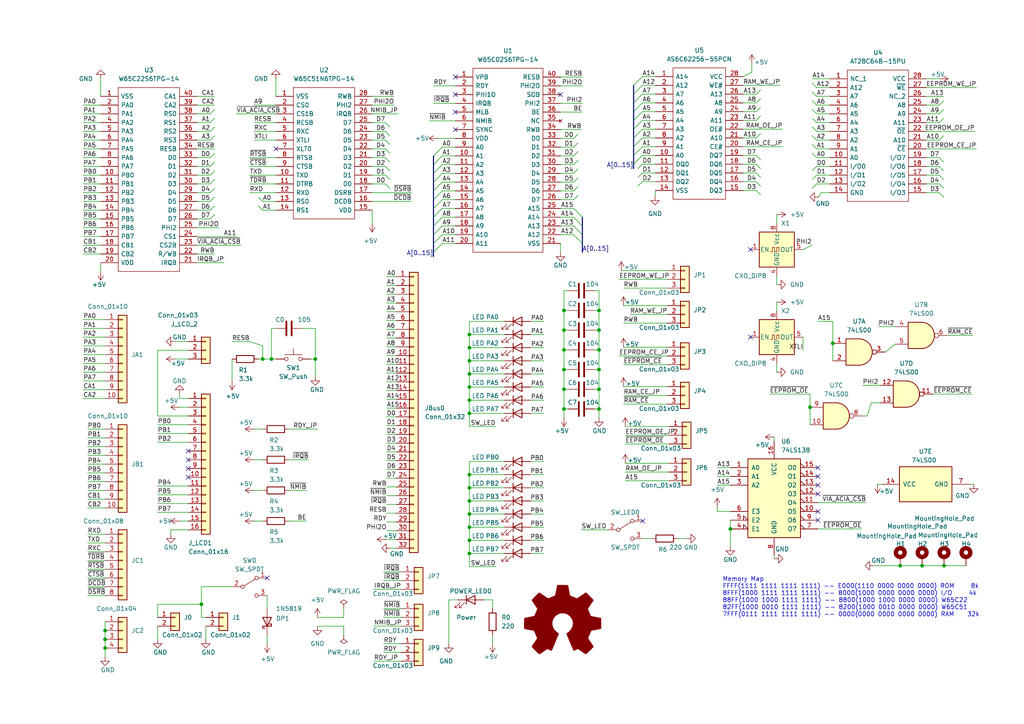
<source format=kicad_sch>
(kicad_sch (version 20211123) (generator eeschema)
  (paper "A4")
  (title_block (title "6502 Computer Experiment Ver 1.5") (company "GNBDEV"))
  (junction (at 173.736 118.618))
  (junction (at 136.144 112.268))
  (junction (at 30.48 182.88))
  (junction (at 173.736 95.758))
  (junction (at 163.576 112.903))
  (junction (at 173.736 107.188))
  (junction (at 78.74 104.14))
  (junction (at 30.48 187.96))
  (junction (at 136.144 137.668))
  (junction (at 273.812 164.084))
  (junction (at 163.576 107.188))
  (junction (at 173.736 90.043))
  (junction (at 136.144 116.078))
  (junction (at 136.144 160.528))
  (junction (at 241.554 99.568))
  (junction (at 76.2 104.14))
  (junction (at 173.736 101.473))
  (junction (at 136.144 152.908))
  (junction (at 136.144 119.888))
  (junction (at 136.144 97.028))
  (junction (at 91.44 104.14))
  (junction (at 163.576 101.473))
  (junction (at 261.112 164.084))
  (junction (at 163.576 90.043))
  (junction (at 136.144 104.648))
  (junction (at 136.144 141.478))
  (junction (at 136.144 100.838))
  (junction (at 136.144 108.458))
  (junction (at 136.144 156.718))
  (junction (at 163.576 118.618))
  (junction (at 267.462 164.084))
  (junction (at 58.42 175.26))
  (junction (at 136.144 145.288))
  (junction (at 211.836 153.416))
  (junction (at 163.576 95.758))
  (junction (at 30.48 185.42))
  (junction (at 173.736 112.903))
  (junction (at 136.144 149.098))
  (junction (at 234.95 118.11))
  (no_connect (at 217.678 97.79))
  (no_connect (at 217.678 72.39))
  (no_connect (at 186.436 151.13))
  (no_connect (at 80.01 43.18))
  (no_connect (at 77.47 167.64))
  (no_connect (at 237.236 140.716))
  (no_connect (at 237.236 138.176))
  (no_connect (at 237.236 135.636))
  (no_connect (at 237.236 150.876))
  (no_connect (at 237.236 148.336))
  (no_connect (at 237.236 143.256))
  (no_connect (at 54.61 138.43))
  (no_connect (at 54.61 130.81))
  (no_connect (at 54.61 133.35))
  (no_connect (at 54.61 135.89))
  (no_connect (at 162.56 27.432))
  (no_connect (at 132.08 22.352))
  (no_connect (at 132.08 32.512))
  (no_connect (at 132.08 27.432))
  (no_connect (at 132.08 37.592))
  (bus_entry (at 183.769 47.625) (size 2.54 -2.54))
  (bus_entry (at 166.37 60.452) (size 2.54 2.54))
  (bus_entry (at 166.37 62.992) (size 2.54 2.54))
  (bus_entry (at 166.37 65.532) (size 2.54 2.54))
  (bus_entry (at 166.37 68.072) (size 2.54 2.54))
  (bus_entry (at 125.73 45.212) (size 2.54 -2.54))
  (bus_entry (at 125.73 47.752) (size 2.54 -2.54))
  (bus_entry (at 125.73 50.292) (size 2.54 -2.54))
  (bus_entry (at 125.73 52.832) (size 2.54 -2.54))
  (bus_entry (at 125.73 62.992) (size 2.54 -2.54))
  (bus_entry (at 125.73 65.532) (size 2.54 -2.54))
  (bus_entry (at 125.73 68.072) (size 2.54 -2.54))
  (bus_entry (at 125.73 55.372) (size 2.54 -2.54))
  (bus_entry (at 125.73 57.912) (size 2.54 -2.54))
  (bus_entry (at 125.73 60.452) (size 2.54 -2.54))
  (bus_entry (at 125.73 70.612) (size 2.54 -2.54))
  (bus_entry (at 125.73 73.152) (size 2.54 -2.54))
  (bus_entry (at 183.769 37.465) (size 2.54 -2.54))
  (bus_entry (at 183.769 42.545) (size 2.54 -2.54))
  (bus_entry (at 183.769 24.765) (size 2.54 -2.54))
  (bus_entry (at 183.769 27.305) (size 2.54 -2.54))
  (bus_entry (at 183.769 29.845) (size 2.54 -2.54))
  (bus_entry (at 183.769 45.085) (size 2.54 -2.54))
  (bus_entry (at 183.769 40.005) (size 2.54 -2.54))
  (bus_entry (at 183.769 34.925) (size 2.54 -2.54))
  (bus_entry (at 183.769 32.385) (size 2.54 -2.54))
  (wire (pts (xy 92.075 179.07) (xy 99.695 179.07)))
  (wire (pts (xy 107.95 58.42) (xy 119.38 58.42)))
  (wire (pts (xy 208.026 147.066) (xy 208.026 148.336)))
  (wire (pts (xy 60.96 50.8) (xy 62.23 49.53)))
  (wire (pts (xy 172.466 107.188) (xy 173.736 107.188)))
  (wire (pts (xy 173.736 84.328) (xy 173.736 90.043)))
  (wire (pts (xy 181.356 136.906) (xy 194.056 136.906)))
  (wire (pts (xy 153.924 152.908) (xy 157.734 152.908)))
  (wire (pts (xy 166.37 65.532) (xy 162.56 65.532)))
  (wire (pts (xy 45.72 185.42) (xy 45.72 181.61)))
  (wire (pts (xy 219.329 45.085) (xy 220.599 46.355)))
  (wire (pts (xy 254.762 94.742) (xy 259.588 94.742)))
  (wire (pts (xy 179.578 103.251) (xy 193.548 103.251)))
  (wire (pts (xy 180.848 93.726) (xy 193.548 93.726)))
  (wire (pts (xy 236.855 50.8) (xy 235.585 52.07)))
  (wire (pts (xy 234.95 114.3) (xy 234.95 118.11)))
  (wire (pts (xy 136.144 112.268) (xy 136.144 116.078)))
  (wire (pts (xy 45.72 101.6) (xy 45.72 120.65)))
  (wire (pts (xy 112.141 82.804) (xy 114.935 82.804)))
  (bus (pts (xy 168.91 65.532) (xy 168.91 68.072)))
  (wire (pts (xy 24.13 115.57) (xy 30.48 115.57)))
  (wire (pts (xy 57.15 58.42) (xy 60.96 58.42)))
  (wire (pts (xy 153.924 104.648) (xy 157.734 104.648)))
  (wire (pts (xy 45.72 125.73) (xy 54.61 125.73)))
  (bus (pts (xy 168.91 68.072) (xy 168.91 70.612)))
  (wire (pts (xy 112.141 85.344) (xy 114.935 85.344)))
  (wire (pts (xy 80.01 35.56) (xy 73.66 35.56)))
  (wire (pts (xy 111.76 45.72) (xy 113.03 46.99)))
  (wire (pts (xy 89.535 133.35) (xy 83.82 133.35)))
  (wire (pts (xy 254.508 140.462) (xy 255.778 140.462)))
  (wire (pts (xy 153.924 97.028) (xy 157.734 97.028)))
  (wire (pts (xy 25.4 134.62) (xy 30.48 134.62)))
  (wire (pts (xy 136.144 100.838) (xy 146.304 100.838)))
  (wire (pts (xy 136.144 108.458) (xy 136.144 112.268)))
  (wire (pts (xy 111.76 35.56) (xy 113.03 36.83)))
  (wire (pts (xy 272.415 30.48) (xy 273.685 29.21)))
  (wire (pts (xy 163.576 95.758) (xy 163.576 101.473)))
  (wire (pts (xy 235.585 29.21) (xy 236.855 30.48)))
  (wire (pts (xy 60.96 35.56) (xy 62.23 34.29)))
  (wire (pts (xy 72.39 99.06) (xy 67.31 99.06)))
  (wire (pts (xy 112.141 100.584) (xy 114.935 100.584)))
  (wire (pts (xy 268.605 27.94) (xy 273.685 27.94)))
  (wire (pts (xy 211.836 153.416) (xy 211.836 158.496)))
  (bus (pts (xy 183.769 40.005) (xy 183.769 42.545)))
  (wire (pts (xy 136.144 149.098) (xy 146.304 149.098)))
  (wire (pts (xy 128.27 60.452) (xy 132.08 60.452)))
  (wire (pts (xy 24.13 55.88) (xy 29.21 55.88)))
  (wire (pts (xy 45.72 101.6) (xy 54.61 101.6)))
  (wire (pts (xy 270.51 114.3) (xy 281.94 114.3)))
  (wire (pts (xy 24.13 92.71) (xy 30.48 92.71)))
  (wire (pts (xy 107.95 53.34) (xy 111.76 53.34)))
  (wire (pts (xy 24.13 71.12) (xy 29.21 71.12)))
  (wire (pts (xy 76.2 100.33) (xy 76.2 104.14)))
  (wire (pts (xy 215.519 22.225) (xy 218.059 20.955)))
  (wire (pts (xy 112.141 120.904) (xy 114.935 120.904)))
  (wire (pts (xy 57.15 27.94) (xy 62.23 27.94)))
  (wire (pts (xy 153.924 149.098) (xy 157.734 149.098)))
  (wire (pts (xy 25.4 139.7) (xy 30.48 139.7)))
  (wire (pts (xy 107.95 30.48) (xy 114.3 30.48)))
  (wire (pts (xy 24.13 30.48) (xy 29.21 30.48)))
  (wire (pts (xy 236.855 35.56) (xy 240.665 35.56)))
  (wire (pts (xy 172.466 90.043) (xy 173.736 90.043)))
  (wire (pts (xy 72.39 48.26) (xy 80.01 48.26)))
  (wire (pts (xy 108.458 191.77) (xy 116.332 191.77)))
  (wire (pts (xy 136.144 145.288) (xy 136.144 149.098)))
  (wire (pts (xy 59.69 185.42) (xy 59.69 181.61)))
  (bus (pts (xy 183.769 24.765) (xy 183.769 27.305)))
  (bus (pts (xy 183.769 34.925) (xy 183.769 37.465)))
  (wire (pts (xy 172.466 118.618) (xy 173.736 118.618)))
  (wire (pts (xy 166.37 60.452) (xy 162.56 60.452)))
  (wire (pts (xy 215.519 52.705) (xy 219.329 52.705)))
  (wire (pts (xy 111.76 38.1) (xy 113.03 39.37)))
  (wire (pts (xy 58.42 170.18) (xy 67.31 170.18)))
  (wire (pts (xy 111.76 53.34) (xy 113.03 54.61)))
  (wire (pts (xy 181.356 139.446) (xy 194.056 139.446)))
  (wire (pts (xy 281.178 140.462) (xy 282.448 140.462)))
  (wire (pts (xy 162.56 37.592) (xy 168.656 37.592)))
  (wire (pts (xy 107.95 60.96) (xy 107.95 64.77)))
  (wire (pts (xy 153.924 93.218) (xy 157.734 93.218)))
  (wire (pts (xy 45.72 143.51) (xy 54.61 143.51)))
  (wire (pts (xy 112.141 98.044) (xy 114.935 98.044)))
  (wire (pts (xy 162.56 40.132) (xy 166.37 40.132)))
  (wire (pts (xy 236.855 30.48) (xy 240.665 30.48)))
  (wire (pts (xy 163.576 112.903) (xy 163.576 118.618)))
  (wire (pts (xy 128.27 55.372) (xy 132.08 55.372)))
  (wire (pts (xy 162.56 45.212) (xy 166.37 45.212)))
  (wire (pts (xy 211.836 150.876) (xy 211.836 153.416)))
  (wire (pts (xy 186.309 42.545) (xy 190.119 42.545)))
  (wire (pts (xy 136.144 156.718) (xy 136.144 160.528)))
  (wire (pts (xy 224.536 126.746) (xy 224.536 128.016)))
  (wire (pts (xy 173.736 112.903) (xy 173.736 118.618)))
  (wire (pts (xy 111.76 48.26) (xy 113.03 49.53)))
  (wire (pts (xy 215.519 45.085) (xy 219.329 45.085)))
  (wire (pts (xy 30.48 182.88) (xy 30.48 185.42)))
  (wire (pts (xy 250.19 120.65) (xy 251.46 120.65)))
  (bus (pts (xy 125.73 52.832) (xy 125.73 55.372)))
  (wire (pts (xy 111.252 168.402) (xy 116.332 168.402)))
  (wire (pts (xy 268.605 53.34) (xy 272.415 53.34)))
  (wire (pts (xy 268.605 50.8) (xy 272.415 50.8)))
  (wire (pts (xy 237.236 153.416) (xy 249.936 153.416)))
  (wire (pts (xy 164.846 112.903) (xy 163.576 112.903)))
  (wire (pts (xy 80.01 22.86) (xy 80.01 27.94)))
  (wire (pts (xy 45.72 175.26) (xy 58.42 175.26)))
  (wire (pts (xy 128.27 57.912) (xy 132.08 57.912)))
  (wire (pts (xy 136.144 116.078) (xy 136.144 119.888)))
  (wire (pts (xy 112.141 123.444) (xy 114.935 123.444)))
  (wire (pts (xy 74.93 104.14) (xy 76.2 104.14)))
  (wire (pts (xy 60.96 55.88) (xy 62.23 54.61)))
  (wire (pts (xy 136.144 137.668) (xy 136.144 141.478)))
  (wire (pts (xy 136.144 160.528) (xy 136.144 164.338)))
  (wire (pts (xy 162.56 24.892) (xy 168.91 24.892)))
  (wire (pts (xy 153.924 100.838) (xy 157.734 100.838)))
  (wire (pts (xy 73.66 40.64) (xy 80.01 40.64)))
  (wire (pts (xy 112.141 143.764) (xy 114.935 143.764)))
  (wire (pts (xy 162.56 32.512) (xy 168.91 32.512)))
  (wire (pts (xy 268.605 45.72) (xy 272.415 45.72)))
  (wire (pts (xy 72.39 53.34) (xy 80.01 53.34)))
  (wire (pts (xy 194.056 134.366) (xy 181.356 134.366)))
  (wire (pts (xy 112.141 138.684) (xy 114.935 138.684)))
  (wire (pts (xy 163.576 84.328) (xy 163.576 90.043)))
  (bus (pts (xy 168.91 62.992) (xy 168.91 65.532)))
  (wire (pts (xy 57.15 68.58) (xy 68.58 68.58)))
  (wire (pts (xy 112.141 80.264) (xy 114.935 80.264)))
  (wire (pts (xy 241.554 99.568) (xy 241.554 104.648)))
  (wire (pts (xy 136.144 160.528) (xy 146.304 160.528)))
  (wire (pts (xy 140.335 173.99) (xy 142.875 173.99)))
  (wire (pts (xy 186.309 22.225) (xy 190.119 22.225)))
  (wire (pts (xy 166.37 55.372) (xy 167.64 54.102)))
  (wire (pts (xy 219.329 32.385) (xy 220.599 31.115)))
  (wire (pts (xy 237.236 93.218) (xy 241.554 93.218)))
  (wire (pts (xy 186.309 52.705) (xy 185.039 53.975)))
  (wire (pts (xy 24.13 113.03) (xy 30.48 113.03)))
  (wire (pts (xy 108.458 181.61) (xy 116.332 181.61)))
  (wire (pts (xy 164.846 107.188) (xy 163.576 107.188)))
  (wire (pts (xy 268.605 30.48) (xy 272.415 30.48)))
  (bus (pts (xy 125.73 55.372) (xy 125.73 57.912)))
  (wire (pts (xy 136.144 133.858) (xy 146.304 133.858)))
  (wire (pts (xy 112.141 108.204) (xy 114.935 108.204)))
  (wire (pts (xy 24.13 38.1) (xy 29.21 38.1)))
  (wire (pts (xy 72.39 50.8) (xy 80.01 50.8)))
  (wire (pts (xy 128.27 52.832) (xy 132.08 52.832)))
  (wire (pts (xy 57.15 50.8) (xy 60.96 50.8)))
  (wire (pts (xy 91.44 104.14) (xy 91.44 109.22)))
  (wire (pts (xy 234.95 118.11) (xy 234.95 123.19)))
  (wire (pts (xy 172.466 101.473) (xy 173.736 101.473)))
  (wire (pts (xy 236.855 33.02) (xy 240.665 33.02)))
  (wire (pts (xy 112.141 105.664) (xy 114.935 105.664)))
  (wire (pts (xy 172.466 112.903) (xy 173.736 112.903)))
  (wire (pts (xy 112.141 146.304) (xy 114.935 146.304)))
  (wire (pts (xy 163.576 90.043) (xy 163.576 95.758)))
  (wire (pts (xy 164.846 101.473) (xy 163.576 101.473)))
  (wire (pts (xy 30.48 182.88) (xy 30.48 180.34)))
  (wire (pts (xy 136.144 93.218) (xy 136.144 97.028)))
  (wire (pts (xy 73.66 38.1) (xy 80.01 38.1)))
  (wire (pts (xy 60.96 40.64) (xy 62.23 39.37)))
  (wire (pts (xy 268.605 43.18) (xy 283.21 43.18)))
  (wire (pts (xy 142.875 184.15) (xy 142.875 186.69)))
  (wire (pts (xy 25.4 157.48) (xy 30.48 157.48)))
  (wire (pts (xy 162.56 47.752) (xy 166.37 47.752)))
  (wire (pts (xy 273.812 164.084) (xy 280.162 164.084)))
  (wire (pts (xy 172.466 84.328) (xy 173.736 84.328)))
  (wire (pts (xy 128.27 45.212) (xy 132.08 45.212)))
  (wire (pts (xy 30.48 187.96) (xy 30.48 185.42)))
  (wire (pts (xy 57.15 38.1) (xy 60.96 38.1)))
  (wire (pts (xy 194.056 123.698) (xy 181.356 123.698)))
  (wire (pts (xy 58.42 175.26) (xy 58.42 179.07)))
  (wire (pts (xy 92.075 124.46) (xy 83.82 124.46)))
  (wire (pts (xy 88.9 142.24) (xy 83.82 142.24)))
  (wire (pts (xy 215.519 32.385) (xy 219.329 32.385)))
  (wire (pts (xy 153.924 145.288) (xy 157.734 145.288)))
  (wire (pts (xy 166.37 62.992) (xy 162.56 62.992)))
  (wire (pts (xy 186.309 45.085) (xy 190.119 45.085)))
  (wire (pts (xy 128.27 47.752) (xy 132.08 47.752)))
  (wire (pts (xy 132.715 173.99) (xy 130.175 173.99)))
  (wire (pts (xy 24.13 73.66) (xy 29.21 73.66)))
  (wire (pts (xy 112.141 151.384) (xy 114.935 151.384)))
  (wire (pts (xy 112.141 118.364) (xy 114.935 118.364)))
  (wire (pts (xy 25.4 127) (xy 30.48 127)))
  (wire (pts (xy 76.2 104.14) (xy 78.74 104.14)))
  (wire (pts (xy 128.27 50.292) (xy 132.08 50.292)))
  (wire (pts (xy 24.13 33.02) (xy 29.21 33.02)))
  (wire (pts (xy 274.828 97.282) (xy 282.194 97.282)))
  (wire (pts (xy 45.72 140.97) (xy 54.61 140.97)))
  (wire (pts (xy 57.15 40.64) (xy 60.96 40.64)))
  (wire (pts (xy 25.4 154.94) (xy 30.48 154.94)))
  (wire (pts (xy 107.95 55.88) (xy 119.38 55.88)))
  (wire (pts (xy 107.95 43.18) (xy 111.76 43.18)))
  (wire (pts (xy 268.605 22.86) (xy 272.415 22.86)))
  (wire (pts (xy 136.144 149.098) (xy 136.144 152.908)))
  (wire (pts (xy 162.56 50.292) (xy 166.37 50.292)))
  (wire (pts (xy 173.736 95.758) (xy 173.736 101.473)))
  (wire (pts (xy 24.13 45.72) (xy 29.21 45.72)))
  (bus (pts (xy 125.73 45.212) (xy 125.73 47.752)))
  (wire (pts (xy 112.141 128.524) (xy 114.935 128.524)))
  (wire (pts (xy 261.112 164.084) (xy 267.462 164.084)))
  (wire (pts (xy 272.415 48.26) (xy 273.685 49.53)))
  (wire (pts (xy 24.13 50.8) (xy 29.21 50.8)))
  (wire (pts (xy 136.144 156.718) (xy 146.304 156.718)))
  (wire (pts (xy 112.141 115.824) (xy 114.935 115.824)))
  (wire (pts (xy 272.415 35.56) (xy 273.685 34.29)))
  (bus (pts (xy 183.769 29.845) (xy 183.769 32.385)))
  (wire (pts (xy 67.31 110.49) (xy 67.31 104.14)))
  (bus (pts (xy 125.73 68.072) (xy 125.73 70.612)))
  (wire (pts (xy 272.415 53.34) (xy 273.685 54.61)))
  (bus (pts (xy 168.91 70.612) (xy 168.91 73.152)))
  (wire (pts (xy 25.4 147.32) (xy 30.48 147.32)))
  (bus (pts (xy 125.73 70.612) (xy 125.73 73.152)))
  (wire (pts (xy 91.44 104.14) (xy 91.44 95.25)))
  (wire (pts (xy 30.48 187.96) (xy 30.48 190.5)))
  (wire (pts (xy 24.13 48.26) (xy 29.21 48.26)))
  (wire (pts (xy 76.2 133.35) (xy 73.66 133.35)))
  (bus (pts (xy 125.73 60.452) (xy 125.73 62.992)))
  (wire (pts (xy 130.175 173.99) (xy 130.175 186.69)))
  (wire (pts (xy 162.56 29.972) (xy 168.91 29.972)))
  (wire (pts (xy 25.4 170.18) (xy 30.48 170.18)))
  (bus (pts (xy 125.73 57.912) (xy 125.73 60.452)))
  (wire (pts (xy 136.144 119.888) (xy 146.304 119.888)))
  (wire (pts (xy 24.13 66.04) (xy 29.21 66.04)))
  (wire (pts (xy 186.309 37.465) (xy 190.119 37.465)))
  (wire (pts (xy 136.144 108.458) (xy 146.304 108.458)))
  (wire (pts (xy 136.144 145.288) (xy 146.304 145.288)))
  (wire (pts (xy 29.21 76.2) (xy 29.21 78.74)))
  (wire (pts (xy 162.56 42.672) (xy 166.37 42.672)))
  (wire (pts (xy 142.875 173.99) (xy 142.875 176.53)))
  (wire (pts (xy 181.356 126.238) (xy 194.056 126.238)))
  (wire (pts (xy 74.93 59.69) (xy 76.2 60.96)))
  (wire (pts (xy 72.39 99.06) (xy 76.2 100.33)))
  (wire (pts (xy 108.458 170.942) (xy 116.332 170.942)))
  (wire (pts (xy 111.887 156.464) (xy 114.935 156.464)))
  (wire (pts (xy 24.13 40.64) (xy 29.21 40.64)))
  (wire (pts (xy 45.72 179.07) (xy 45.72 175.26)))
  (wire (pts (xy 25.4 124.46) (xy 30.48 124.46)))
  (bus (pts (xy 125.73 65.532) (xy 125.73 68.072)))
  (wire (pts (xy 268.605 33.02) (xy 272.415 33.02)))
  (wire (pts (xy 268.605 38.1) (xy 282.702 38.1)))
  (wire (pts (xy 112.141 133.604) (xy 114.935 133.604)))
  (wire (pts (xy 112.141 90.424) (xy 114.935 90.424)))
  (bus (pts (xy 183.769 45.085) (xy 183.769 47.625)))
  (wire (pts (xy 186.309 50.165) (xy 185.039 51.435)))
  (wire (pts (xy 215.519 29.845) (xy 219.329 29.845)))
  (wire (pts (xy 162.56 57.912) (xy 166.37 57.912)))
  (wire (pts (xy 180.848 83.566) (xy 193.548 83.566)))
  (wire (pts (xy 25.4 132.08) (xy 30.48 132.08)))
  (wire (pts (xy 25.4 142.24) (xy 30.48 142.24)))
  (wire (pts (xy 52.07 151.13) (xy 54.61 151.13)))
  (wire (pts (xy 107.95 48.26) (xy 111.76 48.26)))
  (wire (pts (xy 218.059 20.955) (xy 218.059 18.415)))
  (wire (pts (xy 256.794 102.108) (xy 259.588 99.822)))
  (wire (pts (xy 240.665 53.34) (xy 236.855 53.34)))
  (wire (pts (xy 136.144 116.078) (xy 146.304 116.078)))
  (wire (pts (xy 54.61 99.06) (xy 50.8 99.06)))
  (wire (pts (xy 193.548 100.711) (xy 180.848 100.711)))
  (wire (pts (xy 215.519 50.165) (xy 219.329 50.165)))
  (wire (pts (xy 186.436 156.21) (xy 188.976 156.21)))
  (wire (pts (xy 219.329 55.245) (xy 220.599 56.515)))
  (wire (pts (xy 268.605 55.88) (xy 272.415 55.88)))
  (wire (pts (xy 112.141 95.504) (xy 114.935 95.504)))
  (wire (pts (xy 57.15 60.96) (xy 60.96 60.96)))
  (wire (pts (xy 193.548 78.486) (xy 180.213 78.486)))
  (wire (pts (xy 153.924 112.268) (xy 157.734 112.268)))
  (wire (pts (xy 237.49 57.15) (xy 238.125 55.88)))
  (wire (pts (xy 25.4 137.16) (xy 30.48 137.16)))
  (wire (pts (xy 111.76 43.18) (xy 113.03 44.45)))
  (wire (pts (xy 153.924 119.888) (xy 157.734 119.888)))
  (wire (pts (xy 24.13 35.56) (xy 29.21 35.56)))
  (wire (pts (xy 25.4 162.56) (xy 30.48 162.56)))
  (wire (pts (xy 232.918 97.79) (xy 232.918 101.6)))
  (wire (pts (xy 166.37 50.292) (xy 167.64 49.022)))
  (bus (pts (xy 183.769 32.385) (xy 183.769 34.925)))
  (wire (pts (xy 54.61 153.67) (xy 49.53 153.67)))
  (wire (pts (xy 166.37 47.752) (xy 167.64 46.482)))
  (wire (pts (xy 173.736 90.043) (xy 173.736 95.758)))
  (wire (pts (xy 112.141 131.064) (xy 114.935 131.064)))
  (wire (pts (xy 25.4 160.02) (xy 30.48 160.02)))
  (wire (pts (xy 112.141 125.984) (xy 114.935 125.984)))
  (wire (pts (xy 235.585 31.75) (xy 236.855 33.02)))
  (wire (pts (xy 29.21 22.86) (xy 29.21 27.94)))
  (wire (pts (xy 153.924 108.458) (xy 157.734 108.458)))
  (wire (pts (xy 215.519 34.925) (xy 219.329 34.925)))
  (wire (pts (xy 116.332 176.53) (xy 111.252 176.53)))
  (wire (pts (xy 235.585 22.86) (xy 240.665 22.86)))
  (wire (pts (xy 215.519 24.765) (xy 226.314 24.765)))
  (wire (pts (xy 107.95 38.1) (xy 111.76 38.1)))
  (wire (pts (xy 136.144 164.338) (xy 143.764 164.338)))
  (wire (pts (xy 166.37 68.072) (xy 162.56 68.072)))
  (wire (pts (xy 179.578 81.026) (xy 193.548 81.026)))
  (wire (pts (xy 219.329 29.845) (xy 220.599 28.575)))
  (wire (pts (xy 180.848 114.681) (xy 193.548 114.681)))
  (wire (pts (xy 76.2 124.46) (xy 73.66 124.46)))
  (wire (pts (xy 60.96 38.1) (xy 62.23 36.83)))
  (wire (pts (xy 111.76 40.64) (xy 113.03 41.91)))
  (wire (pts (xy 215.519 55.245) (xy 219.329 55.245)))
  (wire (pts (xy 112.141 153.924) (xy 114.935 153.924)))
  (wire (pts (xy 235.585 39.37) (xy 236.855 40.64)))
  (wire (pts (xy 24.13 53.34) (xy 29.21 53.34)))
  (wire (pts (xy 136.144 141.478) (xy 136.144 145.288)))
  (wire (pts (xy 60.96 45.72) (xy 62.23 44.45)))
  (wire (pts (xy 107.95 50.8) (xy 111.76 50.8)))
  (wire (pts (xy 136.144 104.648) (xy 146.304 104.648)))
  (wire (pts (xy 219.329 40.005) (xy 220.599 38.735)))
  (wire (pts (xy 57.15 76.2) (xy 65.024 76.2)))
  (wire (pts (xy 45.72 146.05) (xy 54.61 146.05)))
  (wire (pts (xy 162.56 55.372) (xy 166.37 55.372)))
  (wire (pts (xy 24.13 68.58) (xy 29.21 68.58)))
  (bus (pts (xy 183.769 27.305) (xy 183.769 29.845)))
  (wire (pts (xy 164.846 95.758) (xy 163.576 95.758)))
  (wire (pts (xy 162.56 22.352) (xy 168.91 22.352)))
  (wire (pts (xy 166.37 52.832) (xy 167.64 51.562)))
  (wire (pts (xy 215.519 47.625) (xy 219.329 47.625)))
  (wire (pts (xy 107.95 27.94) (xy 114.3 27.94)))
  (wire (pts (xy 111.76 50.8) (xy 113.03 52.07)))
  (wire (pts (xy 235.585 34.29) (xy 236.855 35.56)))
  (wire (pts (xy 112.141 103.124) (xy 114.935 103.124)))
  (wire (pts (xy 136.144 137.668) (xy 146.304 137.668)))
  (wire (pts (xy 57.15 73.66) (xy 62.23 73.66)))
  (wire (pts (xy 136.144 112.268) (xy 146.304 112.268)))
  (wire (pts (xy 219.329 47.625) (xy 220.599 48.895)))
  (wire (pts (xy 272.415 45.72) (xy 273.685 46.99)))
  (wire (pts (xy 125.73 29.972) (xy 132.08 29.972)))
  (wire (pts (xy 57.15 71.12) (xy 69.85 71.12)))
  (wire (pts (xy 223.266 114.3) (xy 234.95 114.3)))
  (wire (pts (xy 24.13 63.5) (xy 29.21 63.5)))
  (wire (pts (xy 236.855 45.72) (xy 240.665 45.72)))
  (wire (pts (xy 153.924 156.718) (xy 157.734 156.718)))
  (wire (pts (xy 57.15 48.26) (xy 60.96 48.26)))
  (wire (pts (xy 58.42 170.18) (xy 58.42 175.26)))
  (wire (pts (xy 163.576 118.618) (xy 163.576 121.158)))
  (wire (pts (xy 113.284 159.004) (xy 114.935 159.004)))
  (wire (pts (xy 190.119 47.625) (xy 186.309 47.625)))
  (wire (pts (xy 128.27 70.612) (xy 132.08 70.612)))
  (wire (pts (xy 225.298 107.95) (xy 225.298 105.41)))
  (bus (pts (xy 125.73 62.992) (xy 125.73 65.532)))
  (wire (pts (xy 116.332 186.69) (xy 111.252 186.69)))
  (bus (pts (xy 125.73 47.752) (xy 125.73 50.292)))
  (wire (pts (xy 153.924 141.478) (xy 157.734 141.478)))
  (wire (pts (xy 57.15 35.56) (xy 60.96 35.56)))
  (wire (pts (xy 49.53 153.67) (xy 49.53 154.94)))
  (wire (pts (xy 196.596 156.21) (xy 199.136 156.21)))
  (wire (pts (xy 136.144 152.908) (xy 136.144 156.718)))
  (wire (pts (xy 166.37 42.672) (xy 167.64 41.402)))
  (wire (pts (xy 136.144 123.698) (xy 143.764 123.698)))
  (wire (pts (xy 60.96 58.42) (xy 62.23 57.15)))
  (wire (pts (xy 215.519 42.545) (xy 226.949 42.545)))
  (wire (pts (xy 112.141 148.844) (xy 114.935 148.844)))
  (bus (pts (xy 183.769 47.625) (xy 183.769 48.895)))
  (wire (pts (xy 181.356 128.778) (xy 194.056 128.778)))
  (wire (pts (xy 153.924 116.078) (xy 157.734 116.078)))
  (wire (pts (xy 240.665 50.8) (xy 236.855 50.8)))
  (wire (pts (xy 112.141 136.144) (xy 114.935 136.144)))
  (wire (pts (xy 24.13 97.79) (xy 30.48 97.79)))
  (wire (pts (xy 111.252 189.23) (xy 116.332 189.23)))
  (wire (pts (xy 25.4 165.1) (xy 30.48 165.1)))
  (wire (pts (xy 99.695 181.61) (xy 99.695 184.15)))
  (wire (pts (xy 219.329 50.165) (xy 220.599 51.435)))
  (wire (pts (xy 68.58 33.02) (xy 80.01 33.02)))
  (wire (pts (xy 267.462 164.084) (xy 273.812 164.084)))
  (wire (pts (xy 208.026 135.636) (xy 211.836 135.636)))
  (wire (pts (xy 72.39 55.88) (xy 80.01 55.88)))
  (wire (pts (xy 25.4 167.64) (xy 30.48 167.64)))
  (wire (pts (xy 107.95 35.56) (xy 111.76 35.56)))
  (wire (pts (xy 153.924 133.858) (xy 157.734 133.858)))
  (wire (pts (xy 225.298 62.23) (xy 225.298 64.77)))
  (wire (pts (xy 166.37 57.912) (xy 167.64 56.642)))
  (wire (pts (xy 92.075 181.61) (xy 99.695 181.61)))
  (wire (pts (xy 74.93 57.15) (xy 76.2 58.42)))
  (wire (pts (xy 107.95 40.64) (xy 111.76 40.64)))
  (wire (pts (xy 164.846 118.618) (xy 163.576 118.618)))
  (wire (pts (xy 57.15 43.18) (xy 62.23 43.18)))
  (wire (pts (xy 60.96 63.5) (xy 62.23 62.23)))
  (wire (pts (xy 45.72 128.27) (xy 54.61 128.27)))
  (wire (pts (xy 168.656 153.67) (xy 176.276 153.67)))
  (wire (pts (xy 166.37 40.132) (xy 167.64 38.862)))
  (wire (pts (xy 45.72 148.59) (xy 54.61 148.59)))
  (wire (pts (xy 215.519 37.465) (xy 226.949 37.465)))
  (wire (pts (xy 25.4 129.54) (xy 30.48 129.54)))
  (wire (pts (xy 172.466 95.758) (xy 173.736 95.758)))
  (wire (pts (xy 153.924 137.668) (xy 157.734 137.668)))
  (wire (pts (xy 128.27 65.532) (xy 132.08 65.532)))
  (wire (pts (xy 237.236 145.796) (xy 251.206 145.796)))
  (wire (pts (xy 24.13 60.96) (xy 29.21 60.96)))
  (wire (pts (xy 219.329 52.705) (xy 220.599 53.975)))
  (wire (pts (xy 272.415 33.02) (xy 273.685 31.75)))
  (wire (pts (xy 136.144 141.478) (xy 146.304 141.478)))
  (wire (pts (xy 60.96 60.96) (xy 62.23 59.69)))
  (wire (pts (xy 77.47 184.15) (xy 77.47 186.69)))
  (wire (pts (xy 215.519 40.005) (xy 219.329 40.005)))
  (wire (pts (xy 54.61 118.11) (xy 52.07 118.11)))
  (wire (pts (xy 45.72 123.19) (xy 54.61 123.19)))
  (wire (pts (xy 180.848 117.221) (xy 193.548 117.221)))
  (wire (pts (xy 235.585 41.91) (xy 236.855 43.18)))
  (wire (pts (xy 60.96 48.26) (xy 62.23 46.99)))
  (wire (pts (xy 57.15 45.72) (xy 60.96 45.72)))
  (wire (pts (xy 268.605 48.26) (xy 272.415 48.26)))
  (wire (pts (xy 111.252 179.07) (xy 116.332 179.07)))
  (wire (pts (xy 190.119 52.705) (xy 186.309 52.705)))
  (wire (pts (xy 193.548 88.646) (xy 180.848 88.646)))
  (wire (pts (xy 136.144 119.888) (xy 136.144 123.698)))
  (wire (pts (xy 24.13 100.33) (xy 30.48 100.33)))
  (wire (pts (xy 57.15 63.5) (xy 60.96 63.5)))
  (wire (pts (xy 24.13 95.25) (xy 30.48 95.25)))
  (wire (pts (xy 186.309 40.005) (xy 190.119 40.005)))
  (wire (pts (xy 190.119 55.245) (xy 189.992 56.896)))
  (wire (pts (xy 58.42 179.07) (xy 59.69 179.07)))
  (wire (pts (xy 186.309 29.845) (xy 190.119 29.845)))
  (wire (pts (xy 112.141 92.964) (xy 114.935 92.964)))
  (wire (pts (xy 87.63 95.25) (xy 91.44 95.25)))
  (bus (pts (xy 125.73 50.292) (xy 125.73 52.832)))
  (wire (pts (xy 24.13 102.87) (xy 30.48 102.87)))
  (wire (pts (xy 24.13 105.41) (xy 30.48 105.41)))
  (wire (pts (xy 253.492 164.084) (xy 261.112 164.084)))
  (wire (pts (xy 186.309 34.925) (xy 190.119 34.925)))
  (wire (pts (xy 57.15 33.02) (xy 60.96 33.02)))
  (wire (pts (xy 186.309 47.625) (xy 185.039 48.895)))
  (wire (pts (xy 166.37 45.212) (xy 167.64 43.942)))
  (wire (pts (xy 252.73 116.84) (xy 255.27 116.84)))
  (wire (pts (xy 78.74 95.25) (xy 80.01 95.25)))
  (wire (pts (xy 136.144 93.218) (xy 146.304 93.218)))
  (wire (pts (xy 225.298 87.63) (xy 225.298 90.17)))
  (wire (pts (xy 99.695 179.07) (xy 99.695 176.53)))
  (wire (pts (xy 25.4 172.72) (xy 30.48 172.72)))
  (wire (pts (xy 24.13 110.49) (xy 30.48 110.49)))
  (wire (pts (xy 25.4 144.78) (xy 30.48 144.78)))
  (wire (pts (xy 251.46 120.65) (xy 252.73 116.84)))
  (wire (pts (xy 76.2 60.96) (xy 80.01 60.96)))
  (wire (pts (xy 52.07 114.3) (xy 52.07 115.57)))
  (wire (pts (xy 76.2 58.42) (xy 80.01 58.42)))
  (wire (pts (xy 186.309 24.765) (xy 190.119 24.765)))
  (wire (pts (xy 136.144 104.648) (xy 136.144 108.458)))
  (wire (pts (xy 215.519 27.305) (xy 219.329 27.305)))
  (wire (pts (xy 45.72 120.65) (xy 54.61 120.65)))
  (wire (pts (xy 57.15 53.34) (xy 60.96 53.34)))
  (wire (pts (xy 162.56 52.832) (xy 166.37 52.832)))
  (wire (pts (xy 272.415 50.8) (xy 273.685 52.07)))
  (wire (pts (xy 235.585 26.67) (xy 236.855 27.94)))
  (wire (pts (xy 173.736 101.473) (xy 173.736 107.188)))
  (wire (pts (xy 236.855 53.34) (xy 235.585 54.61)))
  (wire (pts (xy 224.536 161.036) (xy 224.536 162.052)))
  (wire (pts (xy 52.07 115.57) (xy 54.61 115.57)))
  (wire (pts (xy 136.144 152.908) (xy 146.304 152.908)))
  (wire (pts (xy 186.309 27.305) (xy 190.119 27.305)))
  (wire (pts (xy 163.576 84.328) (xy 164.846 84.328)))
  (wire (pts (xy 128.27 62.992) (xy 132.08 62.992)))
  (wire (pts (xy 128.27 42.672) (xy 132.08 42.672)))
  (wire (pts (xy 124.46 35.052) (xy 132.08 35.052)))
  (wire (pts (xy 76.2 151.13) (xy 73.66 151.13)))
  (wire (pts (xy 90.17 104.14) (xy 91.44 104.14)))
  (wire (pts (xy 78.74 95.25) (xy 78.74 104.14)))
  (wire (pts (xy 236.855 40.64) (xy 240.665 40.64)))
  (wire (pts (xy 236.855 48.26) (xy 235.585 49.53)))
  (wire (pts (xy 136.144 133.858) (xy 136.144 137.668)))
  (wire (pts (xy 60.96 33.02) (xy 62.23 31.75)))
  (wire (pts (xy 78.74 104.14) (xy 80.01 104.14)))
  (wire (pts (xy 163.576 107.188) (xy 163.576 112.903)))
  (wire (pts (xy 208.026 148.336) (xy 211.836 148.336)))
  (wire (pts (xy 250.19 111.76) (xy 255.27 111.76)))
  (wire (pts (xy 136.144 97.028) (xy 136.144 100.838)))
  (wire (pts (xy 272.415 55.88) (xy 273.685 57.15)))
  (bus (pts (xy 183.769 37.465) (xy 183.769 40.005)))
  (wire (pts (xy 235.585 24.13) (xy 236.855 25.4)))
  (wire (pts (xy 193.548 112.141) (xy 180.848 112.141)))
  (wire (pts (xy 127 40.132) (xy 132.08 40.132)))
  (wire (pts (xy 107.95 45.72) (xy 111.76 45.72)))
  (wire (pts (xy 241.554 93.218) (xy 241.554 99.568)))
  (wire (pts (xy 219.329 27.305) (xy 220.599 26.035)))
  (wire (pts (xy 272.415 40.64) (xy 273.685 39.37)))
  (wire (pts (xy 208.026 140.716) (xy 211.836 140.716)))
  (wire (pts (xy 112.141 113.284) (xy 114.935 113.284)))
  (wire (pts (xy 268.605 25.4) (xy 283.21 25.4)))
  (wire (pts (xy 116.332 165.862) (xy 111.252 165.862)))
  (wire (pts (xy 173.736 107.188) (xy 173.736 112.903)))
  (wire (pts (xy 164.846 90.043) (xy 163.576 90.043)))
  (wire (pts (xy 182.753 91.186) (xy 193.548 91.186)))
  (wire (pts (xy 268.605 40.64) (xy 272.415 40.64)))
  (wire (pts (xy 180.848 105.791) (xy 193.548 105.791)))
  (wire (pts (xy 219.329 34.925) (xy 220.599 33.655)))
  (wire (pts (xy 112.141 110.744) (xy 114.935 110.744)))
  (wire (pts (xy 57.15 55.88) (xy 60.96 55.88)))
  (wire (pts (xy 88.9 151.13) (xy 83.82 151.13)))
  (wire (pts (xy 73.66 30.48) (xy 80.01 30.48)))
  (wire (pts (xy 24.13 58.42) (xy 29.21 58.42)))
  (wire (pts (xy 112.141 141.224) (xy 114.935 141.224)))
  (wire (pts (xy 190.119 50.165) (xy 186.309 50.165)))
  (wire (pts (xy 76.2 142.24) (xy 73.66 142.24)))
  (wire (pts (xy 50.8 104.14) (xy 54.61 104.14)))
  (wire (pts (xy 112.141 87.884) (xy 114.935 87.884)))
  (wire (pts (xy 162.56 70.612) (xy 162.56 73.152)))
  (wire (pts (xy 136.144 100.838) (xy 136.144 104.648)))
  (wire (pts (xy 208.026 138.176) (xy 211.836 138.176)))
  (wire (pts (xy 236.855 38.1) (xy 240.665 38.1)))
  (wire (pts (xy 232.918 72.39) (xy 235.458 71.12)))
  (wire (pts (xy 136.144 97.028) (xy 146.304 97.028)))
  (wire (pts (xy 72.39 45.72) (xy 80.01 45.72)))
  (wire (pts (xy 77.47 172.72) (xy 77.47 176.53)))
  (wire (pts (xy 236.855 43.18) (xy 240.665 43.18)))
  (wire (pts (xy 153.924 160.528) (xy 157.734 160.528)))
  (wire (pts (xy 236.855 27.94) (xy 240.665 27.94)))
  (wire (pts (xy 173.736 118.618) (xy 173.736 121.158)))
  (wire (pts (xy 235.585 44.45) (xy 236.855 45.72)))
  (wire (pts (xy 125.73 24.892) (xy 132.08 24.892)))
  (wire (pts (xy 268.605 35.56) (xy 272.415 35.56)))
  (wire (pts (xy 238.125 55.88) (xy 240.665 55.88)))
  (wire (pts (xy 57.15 66.04) (xy 63.5 66.04)))
  (wire (pts (xy 57.15 30.48) (xy 62.23 30.48)))
  (wire (pts (xy 235.585 36.83) (xy 236.855 38.1)))
  (wire (pts (xy 225.298 82.55) (xy 225.298 80.01)))
  (bus (pts (xy 125.73 73.152) (xy 125.73 74.422)))
  (wire (pts (xy 107.95 33.02) (xy 115.443 33.02)))
  (wire (pts (xy 236.855 25.4) (xy 240.665 25.4)))
  (wire (pts (xy 186.309 32.385) (xy 190.119 32.385)))
  (wire (pts (xy 128.27 68.072) (xy 132.08 68.072)))
  (bus (pts (xy 183.769 42.545) (xy 183.769 45.085)))
  (wire (pts (xy 24.13 107.95) (xy 30.48 107.95)))
  (wire (pts (xy 60.96 53.34) (xy 62.23 52.07)))
  (wire (pts (xy 163.576 101.473) (xy 163.576 107.188)))
  (wire (pts (xy 240.665 48.26) (xy 236.855 48.26)))
  (wire (pts (xy 24.13 43.18) (xy 29.21 43.18)))
  (text "Memory Map\nFFFF(1111 1111 1111 1111) -- E000(1110 0000 0000 0000) ROM     8k\n8FFF(1000 1111 1111 1111) -- 8000(1000 0000 0000 0000) I/O     4k\n88FF(1000 1000 1111 1111) -- 8800(1000 1000 0000 0000) W65C22\n82FF(1000 0010 1111 1111) -- 8200(1000 0010 0000 0000) W65C51\n7FFF(0111 1111 1111 1111) -- 0000(0000 0000 0000 0000) RAM    32k" (at 209.55 179.07 0) (effects (font (size 1.27 1.27)) (justify left bottom)))
  (label "RDY" (at 112.141 151.384 180))
  (label "~{RTSB}" (at 72.39 45.72 0))
  (label "RAM_WE_JP" (at 182.753 91.186 0))
  (label "D5" (at 272.415 50.8 180))
  (label "A0" (at 186.309 45.085 0))
  (label "SW_LED" (at 168.656 153.67 0))
  (label "~{IRQB}" (at 111.252 165.862 0))
  (label "A3" (at 128.27 50.292 0))
  (label "~{RTSB}" (at 25.4 165.1 0))
  (label "A4" (at 112.141 90.424 0))
  (label "D6" (at 112.141 136.144 0))
  (label "A13" (at 112.141 113.284 0))
  (label "RXD" (at 72.39 55.88 0))
  (label "IRQB_JP" (at 108.458 170.942 0))
  (label "A9" (at 272.415 33.02 180))
  (label "A0" (at 236.855 45.72 0))
  (label "PB1" (at 25.4 127 0))
  (label "D2" (at 186.309 52.705 0))
  (label "A9" (at 219.329 32.385 180))
  (label "D4" (at 112.141 131.064 0))
  (label "A4" (at 186.309 34.925 0))
  (label "~{IRQB}" (at 125.73 29.972 0))
  (label "CB2" (at 24.13 73.66 0))
  (label "PB7" (at 157.734 160.528 180))
  (label "A10" (at 128.27 68.072 0))
  (label "A2" (at 186.309 40.005 0))
  (label "~{VIA_ACIA_CSB}" (at 69.85 71.12 180))
  (label "D0" (at 186.309 47.625 0))
  (label "~{CTSB}" (at 72.39 48.26 0))
  (label "A13" (at 208.026 135.636 0))
  (label "PA6" (at 157.734 116.078 180))
  (label "PHI2O" (at 63.5 66.04 180))
  (label "A3" (at 236.855 38.1 0))
  (label "PHI2" (at 250.19 111.76 0))
  (label "~{IRQB}" (at 89.535 133.35 180))
  (label "A15" (at 112.141 118.364 0))
  (label "A5" (at 236.855 33.02 0))
  (label "A8" (at 219.329 29.845 180))
  (label "A12" (at 236.855 25.4 0))
  (label "~{TDRB}" (at 25.4 162.56 0))
  (label "D2" (at 111.76 48.26 180))
  (label "D2" (at 112.141 125.984 0))
  (label "D6" (at 166.37 55.372 180))
  (label "A9" (at 112.141 103.124 0))
  (label "D4" (at 111.76 43.18 180))
  (label "PB2" (at 45.72 128.27 0))
  (label "A4" (at 236.855 35.56 0))
  (label "RDY_JP" (at 92.075 124.46 180))
  (label "PB2" (at 25.4 129.54 0))
  (label "D7" (at 60.96 63.5 180))
  (label "A9" (at 73.66 30.48 0))
  (label "~{DCDB}" (at 119.38 58.42 180))
  (label "BE" (at 88.9 151.13 180))
  (label "A15" (at 166.37 60.452 180))
  (label "A6" (at 128.27 57.912 0))
  (label "PHI2" (at 168.91 29.972 180))
  (label "A13" (at 166.37 65.532 180))
  (label "RDY" (at 125.73 24.892 0))
  (label "A[0..15]" (at 125.73 74.422 180))
  (label "A11" (at 128.27 70.612 0))
  (label "D3" (at 111.76 45.72 180))
  (label "D0" (at 111.76 53.34 180))
  (label "A1" (at 60.96 35.56 180))
  (label "A14" (at 186.309 22.225 0))
  (label "A[0..15]" (at 183.769 48.895 180))
  (label "A1" (at 128.27 45.212 0))
  (label "PB3" (at 24.13 58.42 0))
  (label "RXC" (at 73.66 38.1 0))
  (label "A9" (at 128.27 65.532 0))
  (label "A3" (at 112.141 87.884 0))
  (label "PHI2" (at 254.762 94.742 0))
  (label "RESB" (at 67.31 99.06 0))
  (label "D3" (at 60.96 53.34 180))
  (label "BE" (at 168.91 32.512 180))
  (label "PB5" (at 24.13 63.5 0))
  (label "PA2" (at 157.734 100.838 180))
  (label "A15" (at 237.236 93.218 0))
  (label "RWB" (at 112.141 141.224 180))
  (label "D4" (at 272.415 53.34 180))
  (label "PB1" (at 24.13 53.34 0))
  (label "EEPROM_WE_JP" (at 179.578 81.026 0))
  (label "D0" (at 112.141 120.904 0))
  (label "A7" (at 112.141 98.044 0))
  (label "PHI2" (at 235.458 71.12 180))
  (label "CB1" (at 25.4 144.78 0))
  (label "PB7" (at 25.4 142.24 0))
  (label "NMIB_JP" (at 115.443 33.02 180))
  (label "A1" (at 186.309 42.545 0))
  (label "A1" (at 236.855 43.18 0))
  (label "~{NMIB}" (at 111.252 179.07 0))
  (label "RAM_WE_JP" (at 226.314 24.765 180))
  (label "~{RAM_CE}" (at 180.848 117.221 0))
  (label "D7" (at 166.37 57.912 180))
  (label "D1" (at 112.141 123.444 0))
  (label "D2" (at 166.37 45.212 180))
  (label "A10" (at 219.329 40.005 180))
  (label "RXD" (at 25.4 154.94 0))
  (label "A4" (at 128.27 52.832 0))
  (label "D7" (at 112.141 138.684 0))
  (label "D5" (at 60.96 58.42 180))
  (label "~{EEPROM_OE}" (at 181.356 128.778 0))
  (label "A8" (at 128.27 62.992 0))
  (label "A0" (at 60.96 33.02 180))
  (label "A10" (at 272.415 40.64 180))
  (label "D1" (at 111.76 50.8 180))
  (label "A15" (at 181.356 139.446 0))
  (label "D0" (at 236.855 48.26 0))
  (label "PA6" (at 24.13 107.95 0))
  (label "PB6" (at 24.13 66.04 0))
  (label "A2" (at 128.27 47.752 0))
  (label "A11" (at 272.415 35.56 180))
  (label "PB5" (at 25.4 137.16 0))
  (label "D0" (at 166.37 40.132 180))
  (label "PA3" (at 157.734 104.648 180))
  (label "A2" (at 60.96 38.1 180))
  (label "~{IRQB}" (at 111.252 168.402 0))
  (label "A14" (at 112.141 115.824 0))
  (label "XTLI" (at 73.66 40.64 0))
  (label "PB4" (at 45.72 140.97 0))
  (label "PB0" (at 45.72 123.19 0))
  (label "A0" (at 128.27 42.672 0))
  (label "PHI2O" (at 168.91 24.892 180))
  (label "CA2" (at 62.23 30.48 180))
  (label "D3" (at 272.415 55.88 180))
  (label "~{DCDB}" (at 25.4 170.18 0))
  (label "~{NMIB}" (at 112.141 143.764 180))
  (label "PA0" (at 157.734 93.218 180))
  (label "PA2" (at 24.13 97.79 0))
  (label "A12" (at 186.309 24.765 0))
  (label "PB0" (at 25.4 124.46 0))
  (label "CB2" (at 25.4 147.32 0))
  (label "PB6" (at 157.734 156.718 180))
  (label "A14" (at 208.026 138.176 0))
  (label "D7" (at 272.415 45.72 180))
  (label "D1" (at 166.37 42.672 180))
  (label "XTLI" (at 232.918 101.6 180))
  (label "~{VIA_ACIA_CSB}" (at 251.206 145.796 180))
  (label "PB0" (at 157.734 133.858 180))
  (label "PA4" (at 24.13 102.87 0))
  (label "PB7" (at 45.72 148.59 0))
  (label "RAM_OE_JP" (at 181.356 136.906 0))
  (label "PA1" (at 24.13 33.02 0))
  (label "~{EEPROM_CE}" (at 180.848 105.791 0))
  (label "~{EEPROM_CE}" (at 281.94 114.3 180))
  (label "A5" (at 186.309 32.385 0))
  (label "RAM_CE_JP" (at 226.949 42.545 180))
  (label "D1" (at 236.855 50.8 0))
  (label "RWB" (at 180.848 83.566 0))
  (label "PA2" (at 24.13 35.56 0))
  (label "CA2" (at 24.13 115.57 0))
  (label "A2" (at 112.141 85.344 0))
  (label "PB6" (at 25.4 139.7 0))
  (label "RWB" (at 114.3 27.94 180))
  (label "~{CTSB}" (at 25.4 167.64 0))
  (label "~{DSRB}" (at 119.38 55.88 180))
  (label "TXD" (at 25.4 157.48 0))
  (label "A14" (at 235.585 22.86 0))
  (label "PB1" (at 45.72 125.73 0))
  (label "PA3" (at 24.13 100.33 0))
  (label "A7" (at 128.27 60.452 0))
  (label "A6" (at 236.855 30.48 0))
  (label "~{NMIB}" (at 88.9 142.24 180))
  (label "A3" (at 186.309 37.465 0))
  (label "A8" (at 112.141 100.584 0))
  (label "~{DSRB}" (at 25.4 172.72 0))
  (label "RESB" (at 168.91 22.352 180))
  (label "PA5" (at 24.13 105.41 0))
  (label "D7" (at 219.329 45.085 180))
  (label "D4" (at 219.329 52.705 180))
  (label "A5" (at 112.141 92.964 0))
  (label "NMIB_JP" (at 108.458 181.61 0))
  (label "A11" (at 219.329 34.925 180))
  (label "A11" (at 68.58 68.58 180))
  (label "~{VIA_ACIA_CSB}" (at 68.58 33.02 0))
  (label "A15" (at 208.026 140.716 0))
  (label "A8" (at 272.415 30.48 180))
  (label "PB0" (at 24.13 50.8 0))
  (label "PB4" (at 24.13 60.96 0))
  (label "IRQB_JP" (at 65.024 76.2 180))
  (label "CB1" (at 24.13 71.12 0))
  (label "PA7" (at 157.734 119.888 180))
  (label "PA1" (at 24.13 95.25 0))
  (label "PB5" (at 45.72 143.51 0))
  (label "~{NMIB}" (at 124.46 35.052 0))
  (label "A6" (at 186.309 29.845 0))
  (label "CA1" (at 62.23 27.94 180))
  (label "A1" (at 76.2 60.96 0))
  (label "A14" (at 166.37 62.992 180))
  (label "PA6" (at 24.13 45.72 0))
  (label "A6" (at 112.141 95.504 0))
  (label "A2" (at 236.855 40.64 0))
  (label "SW_LED" (at 143.764 164.338 180))
  (label "RDY_JP" (at 108.458 191.77 0))
  (label "CA1" (at 24.13 113.03 0))
  (label "RAM_CE_JP" (at 180.848 114.681 0))
  (label "RWB" (at 168.656 37.592 180))
  (label "PA0" (at 24.13 92.71 0))
  (label "~{EEPROM_OE}" (at 223.266 114.3 0))
  (label "D3" (at 112.141 128.524 0))
  (label "A1" (at 112.141 82.804 0))
  (label "D3" (at 219.329 55.245 180))
  (label "RWB" (at 180.848 93.726 0))
  (label "RAM_OE_JP" (at 226.949 37.465 180))
  (label "D5" (at 219.329 50.165 180))
  (label "~{IRQB}" (at 112.141 146.304 180))
  (label "RESB" (at 112.141 148.844 180))
  (label "PA0" (at 24.13 30.48 0))
  (label "SW_LED" (at 143.764 123.698 180))
  (label "~{TDRB}" (at 72.39 53.34 0))
  (label "PA7" (at 24.13 48.26 0))
  (label "D6" (at 60.96 60.96 180))
  (label "~{RAM_CE}" (at 282.194 97.282 180))
  (label "D5" (at 112.141 133.604 0))
  (label "RWB" (at 62.23 73.66 180))
  (label "PA4" (at 24.13 40.64 0))
  (label "D2" (at 236.855 53.34 0))
  (label "PB7" (at 24.13 68.58 0))
  (label "D4" (at 166.37 50.292 180))
  (label "PA3" (at 24.13 38.1 0))
  (label "A11" (at 112.141 108.204 0))
  (label "A0" (at 112.268 80.264 0))
  (label "A7" (at 186.309 27.305 0))
  (label "A0" (at 76.2 58.42 0))
  (label "PB3" (at 25.4 132.08 0))
  (label "EEPROM_OE_JP" (at 181.356 126.238 0))
  (label "D7" (at 111.76 35.56 180))
  (label "D5" (at 166.37 52.832 180))
  (label "PHI2O" (at 112.141 153.924 180))
  (label "D3" (at 166.37 47.752 180))
  (label "RESB" (at 73.66 35.56 0))
  (label "A10" (at 112.141 105.664 0))
  (label "PB2" (at 24.13 55.88 0))
  (label "PB1" (at 157.734 137.668 180))
  (label "PB4" (at 25.4 134.62 0))
  (label "A12" (at 112.141 110.744 0))
  (label "EEPROM_CE_JP" (at 179.578 103.251 0))
  (label "D5" (at 111.76 40.64 180))
  (label "D6" (at 111.76 38.1 180))
  (label "PB6" (at 45.72 146.05 0))
  (label "D6" (at 272.415 48.26 180))
  (label "D4" (at 60.96 55.88 180))
  (label "PB3" (at 157.734 145.288 180))
  (label "EEPROM_CE_JP" (at 283.21 43.18 180))
  (label "RESB" (at 62.23 43.18 180))
  (label "D2" (at 60.96 50.8 180))
  (label "A13" (at 273.685 27.94 180))
  (label "PB2" (at 157.734 141.478 180))
  (label "PB4" (at 157.734 149.098 180))
  (label "D0" (at 60.96 45.72 180))
  (label "RDY" (at 111.252 186.69 0))
  (label "A[0..15]" (at 168.91 73.152 0))
  (label "PA7" (at 24.13 110.49 0))
  (label "PHI2O" (at 114.3 30.48 180))
  (label "PA5" (at 157.734 112.268 180))
  (label "A5" (at 128.27 55.372 0))
  (label "PA5" (at 24.13 43.18 0))
  (label "EEPROM_WE_JP" (at 283.21 25.4 180))
  (label "TXD" (at 72.39 50.8 0))
  (label "A3" (at 60.96 40.64 180))
  (label "PA1" (at 157.734 97.028 180))
  (label "D1" (at 186.309 50.165 0))
  (label "EEPROM_OE_JP" (at 282.702 38.1 180))
  (label "D1" (at 60.96 48.26 180))
  (label "PA4" (at 157.734 108.458 180))
  (label "A7" (at 236.855 27.94 0))
  (label "~{NMIB}" (at 111.252 176.53 0))
  (label "D6" (at 219.329 47.625 180))
  (label "A13" (at 219.329 27.305 180))
  (label "RDY" (at 111.252 189.23 0))
  (label "RXC" (at 25.4 160.02 0))
  (label "~{EEPROM_OE}" (at 249.936 153.416 180))
  (label "PB5" (at 157.734 152.908 180))
  (label "A12" (at 166.37 68.072 180))
  (symbol (lib_id "power:GND") (at 80.01 22.86 180) (unit 1)
    (property "Reference" "#PWR0106" (effects hide))
    (property "Value" "GND" (at 73.66 22.86 0) (effects (justify right)))
  )
  (symbol (lib_id "power:+5V") (at 163.576 121.158 180) (unit 1)
    (property "Reference" "#PWR0139" (effects hide))
    (property "Value" "+5V" (at 162.941 124.968 0))
  )
  (symbol (lib_id "Oscillator:CXO_DIP8") (at 225.298 72.39 0) (unit 1)
    (property "Reference" "X1" (at 227.838 64.77 0))
    (property "Value" "CXO_DIP8" (at 217.678 80.01 0))
    (property "Footprint" "Oscillator:Oscillator_DIP-8" (effects hide))
    (property "Datasheet" "http://cdn-reichelt.de/documents/datenblatt/B400/OSZI.pdf" (effects hide))
  )
  (symbol (lib_id "74xx:74LS138") (at 224.536 143.256 0) (unit 1)
    (property "Reference" "U6" (at 226.5554 128.016 0) (effects (justify left)))
    (property "Value" "74LS138" (at 226.5554 130.556 0) (effects (justify left)))
    (property "Footprint" "Package_DIP:DIP-16_W7.62mm_Socket" (effects hide))
    (property "Datasheet" "http://www.ti.com/lit/gpn/sn74LS138" (effects hide))
  )
  (symbol (lib_id "Device:LED") (at 150.114 100.838 0) (unit 1)
    (property "Reference" "PA2" (at 142.8115 99.568 0))
    (property "Value" "LED" (at 138.684 99.568 0))
    (property "Footprint" "LED_THT:LED_D3.0mm" (effects hide))
  )
  (symbol (lib_id "power:GND") (at 224.536 162.052 90) (unit 1)
    (property "Reference" "#PWR0118" (effects hide))
    (property "Value" "GND" (at 226.822 159.258 90))
  )
  (symbol (lib_id "Device:LED") (at 150.114 116.078 0) (unit 1)
    (property "Reference" "PA6" (at 142.8115 114.808 0))
    (property "Value" "LED" (at 138.684 114.808 0))
    (property "Footprint" "LED_THT:LED_D3.0mm" (effects hide))
  )
  (symbol (lib_id "Connector_Generic:Conn_01x03") (at 198.628 114.681 0) (unit 1)
    (property "Reference" "JP4" (at 201.168 113.4109 0) (effects (justify left)))
    (property "Value" "Conn_01x03" (at 185.293 118.491 0) (effects (justify left)))
    (property "Footprint" "Connector_PinHeader_2.54mm:PinHeader_1x03_P2.54mm_Vertical" (effects hide))
  )
  (symbol (lib_id "power:+5V") (at 180.213 78.486 0) (unit 1)
    (property "Reference" "#PWR0126" (effects hide))
    (property "Value" "+5V" (at 185.039 77.47 0) (effects (justify right)))
  )
  (symbol (lib_id "Connector_Generic:Conn_01x04") (at 35.56 182.88 0) (unit 1)
    (property "Reference" "JC2" (at 38.1 182.88 0) (effects (justify left)))
    (property "Value" "Conn_01x04" (at 27.94 176.53 0) (effects (justify left)))
    (property "Footprint" "Connector_PinHeader_2.54mm:PinHeader_1x04_P2.54mm_Vertical" (effects hide))
  )
  (symbol (lib_id "Mechanical:MountingHole_Pad") (at 261.112 161.544 0) (unit 1)
    (property "Reference" "H1" (at 259.842 157.734 0) (effects (justify left)))
    (property "Value" "MountingHole_Pad" (at 248.412 155.448 0) (effects (justify left)))
    (property "Footprint" "MountingHole:MountingHole_3.2mm_M3_Pad_Via" (effects hide))
  )
  (symbol (lib_id "Device:R") (at 142.875 180.34 180) (unit 1)
    (property "Reference" "R0" (at 145.415 179.0699 0) (effects (justify right)))
    (property "Value" "220" (at 145.415 181.6099 0) (effects (justify right)))
    (property "Footprint" "Resistor_THT:R_Axial_DIN0207_L6.3mm_D2.5mm_P10.16mm_Horizontal" (effects hide))
  )
  (symbol (lib_id "W65C51:W65C51N6TPG-14") (at 80.01 27.94 0) (unit 1)
    (property "Reference" "U2" (at 93.98 20.32 0))
    (property "Value" "W65C51N6TPG-14" (at 93.98 22.86 0))
    (property "Footprint" "Socket:DIP_Socket-28_W11.9_W12.7_W15.24_W17.78_W18.5_3M_228-1277-00-0602J" (effects hide))
    (property "Datasheet" "https://componentsearchengine.com/Datasheets/1/W65C51N6TPG-14.pdf" (effects hide))
    (property "Description" "Interface - Specialized Asynch Communication Interface Adapter" (effects hide))
    (property "Height" "5.584" (effects hide))
    (property "Mouser Part Number" "955-W65C51N6TPG-14" (effects hide))
    (property "Mouser Price/Stock" "https://www.mouser.co.uk/ProductDetail/Western-Design-Center-WDC/W65C51N6TPG-14?qs=AgbsAOSw7WDdUCKSkUixbw%3D%3D" (effects hide))
    (property "Manufacturer_Name" "Western Design Center (WDC)" (effects hide))
    (property "Manufacturer_Part_Number" "W65C51N6TPG-14" (effects hide))
  )
  (symbol (lib_id "power:+5V") (at 73.66 142.24 90) (unit 1)
    (property "Reference" "#PWR0123" (effects hide))
    (property "Value" "+5V" (at 69.215 140.335 90) (effects (justify right)))
  )
  (symbol (lib_id "AT28C64:AT28C64B-15PU") (at 240.665 22.86 0) (unit 1)
    (property "Reference" "U4" (at 254.635 15.24 0))
    (property "Value" "AT28C64B-15PU" (at 254.635 17.78 0))
    (property "Footprint" "Socket:DIP_Socket-28_W11.9_W12.7_W15.24_W17.78_W18.5_3M_228-1277-00-0602J" (effects hide))
    (property "Datasheet" "http://www.atmel.com/images/doc0270.pdf" (effects hide))
    (property "Description" "AT28C64B-15PU, Parallel EEPROM Memory 64kbit, Parallel, 150ns 4.5  5.5 V, 28-Pin PDIP" (effects hide))
    (property "Height" "4.826" (effects hide))
    (property "Mouser Part Number" "556-AT28C64B15PU" (effects hide))
    (property "Mouser Price/Stock" "https://www.mouser.co.uk/ProductDetail/Microchip-Technology-Atmel/AT28C64B-15PU?qs=2VKgqYuc3OvipbcAuBcLow%3D%3D" (effects hide))
    (property "Manufacturer_Name" "Microchip" (effects hide))
    (property "Manufacturer_Part_Number" "AT28C64B-15PU" (effects hide))
  )
  (symbol (lib_id "power:+5V") (at 77.47 186.69 180) (unit 1)
    (property "Reference" "#PWR0136" (effects hide))
    (property "Value" "+5V" (at 75.565 191.135 0) (effects (justify right)))
  )
  (symbol (lib_id "Device:LED") (at 150.114 141.478 0) (unit 1)
    (property "Reference" "PB2" (at 142.8115 140.208 0))
    (property "Value" "LED" (at 138.684 140.208 0))
    (property "Footprint" "LED_THT:LED_D3.0mm" (effects hide))
  )
  (symbol (lib_id "74xx:74LS00") (at 268.478 140.462 90) (unit 5)
    (property "Reference" "U7" (at 270.383 130.937 90) (effects (justify left)))
    (property "Value" "74LS00" (at 271.653 133.477 90) (effects (justify left)))
    (property "Footprint" "Package_DIP:DIP-14_W7.62mm_Socket" (effects hide))
    (property "Datasheet" "http://www.ti.com/lit/gpn/sn74ls00" (effects hide))
  )
  (symbol (lib_id "power:+5V") (at 29.21 78.74 180) (unit 1)
    (property "Reference" "#PWR0111" (effects hide))
    (property "Value" "+5V" (at 26.67 82.55 0) (effects (justify right)))
  )
  (symbol (lib_id "Device:R") (at 80.01 133.35 270) (unit 1)
    (property "Reference" "R3" (at 78.105 136.5249 90) (effects (justify left)))
    (property "Value" "3.3k" (at 78.105 139.0649 90) (effects (justify left)))
    (property "Footprint" "Resistor_THT:R_Axial_DIN0207_L6.3mm_D2.5mm_P10.16mm_Horizontal" (effects hide))
  )
  (symbol (lib_id "Connector_Generic:Conn_01x10") (at 35.56 134.62 0) (unit 1)
    (property "Reference" "JB1" (at 38.1 134.6199 0) (effects (justify left)))
    (property "Value" "Conn_01x10" (at 25.4 120.65 0) (effects (justify left)))
    (property "Footprint" "Connector_PinHeader_2.54mm:PinHeader_1x10_P2.54mm_Vertical" (effects hide))
  )
  (symbol (lib_id "power:GND") (at 30.48 190.5 0) (unit 1)
    (property "Reference" "#PWR0143" (effects hide))
    (property "Value" "GND" (at 29.21 194.31 0) (effects (justify left)))
  )
  (symbol (lib_id "power:+5V") (at 225.298 87.63 270) (unit 1)
    (property "Reference" "#PWR0120" (effects hide))
    (property "Value" "+5V" (at 229.108 87.6299 90) (effects (justify left)))
  )
  (symbol (lib_id "power:GND") (at 59.69 185.42 0) (mirror y) (unit 1)
    (property "Reference" "#PWR0122" (effects hide))
    (property "Value" "GND" (at 58.42 189.23 0) (effects (justify right)))
  )
  (symbol (lib_id "Device:LED") (at 150.114 108.458 0) (unit 1)
    (property "Reference" "PA4" (at 142.8115 107.188 0))
    (property "Value" "LED" (at 138.684 107.188 0))
    (property "Footprint" "LED_THT:LED_D3.0mm" (effects hide))
  )
  (symbol (lib_id "power:GND") (at 173.736 121.158 0) (unit 1)
    (property "Reference" "#PWR0138" (effects hide))
    (property "Value" "GND" (at 171.831 124.968 0) (effects (justify left)))
  )
  (symbol (lib_id "power:GND") (at 237.49 57.15 270) (unit 1)
    (property "Reference" "#PWR0104" (effects hide))
    (property "Value" "GND" (at 240.665 59.055 90) (effects (justify right)))
  )
  (symbol (lib_id "Device:LED") (at 150.114 93.218 0) (unit 1)
    (property "Reference" "PA0" (at 142.8115 91.948 0))
    (property "Value" "LED" (at 138.684 91.948 0))
    (property "Footprint" "LED_THT:LED_D3.0mm" (effects hide))
  )
  (symbol (lib_id "Device:C") (at 168.656 84.328 90) (unit 1)
    (property "Reference" "C1" (at 167.386 82.423 90) (effects (justify left)))
    (property "Value" "104" (at 173.736 82.423 90) (effects (justify left)))
    (property "Footprint" "Capacitor_THT:C_Disc_D4.7mm_W2.5mm_P5.00mm" (effects hide))
  )
  (symbol (lib_id "Device:LED") (at 150.114 145.288 0) (unit 1)
    (property "Reference" "PB3" (at 142.8115 144.018 0))
    (property "Value" "LED" (at 138.684 144.018 0))
    (property "Footprint" "LED_THT:LED_D3.0mm" (effects hide))
  )
  (symbol (lib_id "Oscillator:CXO_DIP8") (at 225.298 97.79 0) (unit 1)
    (property "Reference" "X2" (at 227.838 90.17 0))
    (property "Value" "CXO_DIP8" (at 217.678 105.41 0))
    (property "Footprint" "Oscillator:Oscillator_DIP-8" (effects hide))
    (property "Datasheet" "http://cdn-reichelt.de/documents/datenblatt/B400/OSZI.pdf" (effects hide))
  )
  (symbol (lib_id "Device:LED") (at 150.114 119.888 0) (unit 1)
    (property "Reference" "PA7" (at 142.8115 118.618 0))
    (property "Value" "LED" (at 138.684 118.618 0))
    (property "Footprint" "LED_THT:LED_D3.0mm" (effects hide))
  )
  (symbol (lib_id "W65C22:W65C22S6TPG-14") (at 29.21 27.94 0) (unit 1)
    (property "Reference" "U3" (at 43.18 20.32 0))
    (property "Value" "W65C22S6TPG-14" (at 43.18 22.86 0))
    (property "Footprint" "Socket:3M_Textool_240-1288-00-0602J_2x20_P2.54mm" (effects hide))
    (property "Datasheet" "https://componentsearchengine.com/Datasheets/1/W65C22S6TPG-14.pdf" (effects hide))
    (property "Description" "I/O Controller Interface IC Versatile Interface Adapter" (effects hide))
    (property "Height" "4.07" (effects hide))
    (property "Mouser Part Number" "955-W65C22S6TPG-14" (effects hide))
    (property "Mouser Price/Stock" "https://www.mouser.co.uk/ProductDetail/Western-Design-Center-WDC/W65C22S6TPG-14?qs=opBjA1TV9038jNZ%252Bop8JdA%3D%3D" (effects hide))
    (property "Manufacturer_Name" "Western Design Center (WDC)" (effects hide))
    (property "Manufacturer_Part_Number" "W65C22S6TPG-14" (effects hide))
  )
  (symbol (lib_id "Device:R") (at 192.786 156.21 270) (unit 1)
    (property "Reference" "R6" (at 190.881 159.385 90) (effects (justify left)))
    (property "Value" "220" (at 194.056 158.75 90) (effects (justify left)))
    (property "Footprint" "Resistor_THT:R_Axial_DIN0207_L6.3mm_D2.5mm_P10.16mm_Horizontal" (effects hide))
  )
  (symbol (lib_id "power:+5V") (at 92.075 179.07 0) (unit 1)
    (property "Reference" "#PWR0101" (effects hide))
    (property "Value" "+5V" (at 92.075 173.99 0))
  )
  (symbol (lib_id "power:GND") (at 199.136 156.21 90) (mirror x) (unit 1)
    (property "Reference" "#PWR0148" (effects hide))
    (property "Value" "GND" (at 200.406 158.75 90))
  )
  (symbol (lib_id "Connector_Generic:Conn_01x03") (at 121.412 168.402 0) (unit 1)
    (property "Reference" "JP7" (at 123.952 167.1319 0) (effects (justify left)))
    (property "Value" "Conn_01x03" (at 108.077 172.212 0) (effects (justify left)))
    (property "Footprint" "Connector_PinHeader_2.54mm:PinHeader_1x03_P2.54mm_Vertical" (effects hide))
  )
  (symbol (lib_id "power:+5V") (at 127 40.132 90) (unit 1)
    (property "Reference" "#PWR0108" (effects hide))
    (property "Value" "+5V" (at 124.46 40.132 90) (effects (justify left)))
  )
  (symbol (lib_id "Connector_Generic:Conn_01x03") (at 121.412 179.07 0) (unit 1)
    (property "Reference" "JP8" (at 123.952 177.7999 0) (effects (justify left)))
    (property "Value" "Conn_01x03" (at 108.077 182.88 0) (effects (justify left)))
    (property "Footprint" "Connector_PinHeader_2.54mm:PinHeader_1x03_P2.54mm_Vertical" (effects hide))
  )
  (symbol (lib_id "Device:R") (at 80.01 151.13 270) (unit 1)
    (property "Reference" "R5" (at 78.105 154.3049 90) (effects (justify left)))
    (property "Value" "3.3k" (at 78.105 156.8449 90) (effects (justify left)))
    (property "Footprint" "Resistor_THT:R_Axial_DIN0207_L6.3mm_D2.5mm_P10.16mm_Horizontal" (effects hide))
  )
  (symbol (lib_id "power:+5V") (at 181.356 123.698 0) (unit 1)
    (property "Reference" "#PWR0149" (effects hide))
    (property "Value" "+5V" (at 186.055 122.809 0) (effects (justify right)))
  )
  (symbol (lib_id "Device:C") (at 168.656 118.618 90) (unit 1)
    (property "Reference" "C7" (at 167.386 116.713 90) (effects (justify left)))
    (property "Value" "104" (at 173.736 116.713 90) (effects (justify left)))
    (property "Footprint" "Capacitor_THT:C_Disc_D4.7mm_W2.5mm_P5.00mm" (effects hide))
  )
  (symbol (lib_id "Device:LED") (at 150.114 97.028 0) (unit 1)
    (property "Reference" "PA1" (at 142.8115 95.758 0))
    (property "Value" "LED" (at 138.684 95.758 0))
    (property "Footprint" "LED_THT:LED_D3.0mm" (effects hide))
  )
  (symbol (lib_id "power:PWR_FLAG") (at 99.695 176.53 0) (unit 1)
    (property "Reference" "#FLG0101" (effects hide))
    (property "Value" "PWR_FLAG" (at 99.695 171.45 0))
  )
  (symbol (lib_id "power:+5V") (at 180.848 88.646 0) (unit 1)
    (property "Reference" "#PWR0144" (effects hide))
    (property "Value" "+5V" (at 185.293 87.63 0) (effects (justify right)))
  )
  (symbol (lib_id "power:+5V") (at 180.848 112.141 0) (unit 1)
    (property "Reference" "#PWR0147" (effects hide))
    (property "Value" "+5V" (at 185.547 111.252 0) (effects (justify right)))
  )
  (symbol (lib_id "Device:C") (at 168.656 90.043 90) (unit 1)
    (property "Reference" "C2" (at 167.386 88.138 90) (effects (justify left)))
    (property "Value" "104" (at 173.736 88.138 90) (effects (justify left)))
    (property "Footprint" "Capacitor_THT:C_Disc_D4.7mm_W2.5mm_P5.00mm" (effects hide))
  )
  (symbol (lib_id "power:GND") (at 130.175 186.69 0) (unit 1)
    (property "Reference" "#PWR0128" (effects hide))
    (property "Value" "GND" (at 131.445 191.77 0) (effects (justify right)))
  )
  (symbol (lib_id "Connector_Generic:Conn_01x03") (at 121.412 189.23 0) (unit 1)
    (property "Reference" "JP9" (at 123.952 187.9599 0) (effects (justify left)))
    (property "Value" "Conn_01x03" (at 108.077 193.04 0) (effects (justify left)))
    (property "Footprint" "Connector_PinHeader_2.54mm:PinHeader_1x03_P2.54mm_Vertical" (effects hide))
  )
  (symbol (lib_id "Connector_Generic:Conn_01x02") (at 50.8 179.07 0) (unit 1)
    (property "Reference" "J0" (at 53.34 179.0699 0) (effects (justify left)))
    (property "Value" "Conn_01x02" (at 46.99 184.15 0) (effects (justify left)))
    (property "Footprint" "Connector_PinHeader_2.54mm:PinHeader_1x02_P2.54mm_Vertical" (effects hide))
  )
  (symbol (lib_id "power:GND") (at 29.21 22.86 180) (unit 1)
    (property "Reference" "#PWR0109" (effects hide))
    (property "Value" "GND" (at 22.86 22.86 0) (effects (justify right)))
  )
  (symbol (lib_id "power:+5V") (at 181.356 134.366 0) (unit 1)
    (property "Reference" "#PWR0150" (effects hide))
    (property "Value" "+5V" (at 186.055 133.477 0) (effects (justify right)))
  )
  (symbol (lib_id "power:+5V") (at 142.875 186.69 180) (unit 1)
    (property "Reference" "#PWR0135" (effects hide))
    (property "Value" "+5V" (at 140.335 190.5 0) (effects (justify right)))
  )
  (symbol (lib_id "Connector_Generic:Conn_01x32") (at 120.015 118.364 0) (unit 1)
    (property "Reference" "JBus0" (at 123.19 118.3639 0) (effects (justify left)))
    (property "Value" "Conn_01x32" (at 123.19 120.9039 0) (effects (justify left)))
    (property "Footprint" "Connector_PinHeader_2.54mm:PinHeader_1x32_P2.54mm_Vertical" (effects hide))
  )
  (symbol (lib_id "power:+5V") (at 73.66 133.35 90) (unit 1)
    (property "Reference" "#PWR0125" (effects hide))
    (property "Value" "+5V" (at 69.215 131.445 90) (effects (justify right)))
  )
  (symbol (lib_id "Connector_Generic:Conn_01x03") (at 198.628 81.026 0) (unit 1)
    (property "Reference" "JP1" (at 201.168 79.7559 0) (effects (justify left)))
    (property "Value" "Conn_01x03" (at 185.293 84.836 0) (effects (justify left)))
    (property "Footprint" "Connector_PinHeader_2.54mm:PinHeader_1x03_P2.54mm_Vertical" (effects hide))
  )
  (symbol (lib_id "Device:LED") (at 150.114 137.668 0) (unit 1)
    (property "Reference" "PB1" (at 142.8115 136.398 0))
    (property "Value" "LED" (at 138.684 136.398 0))
    (property "Footprint" "LED_THT:LED_D3.0mm" (effects hide))
  )
  (symbol (lib_id "Device:R") (at 80.01 124.46 270) (unit 1)
    (property "Reference" "R2" (at 78.105 127.6349 90) (effects (justify left)))
    (property "Value" "3.3k" (at 78.105 130.1749 90) (effects (justify left)))
    (property "Footprint" "Resistor_THT:R_Axial_DIN0207_L6.3mm_D2.5mm_P10.16mm_Horizontal" (effects hide))
  )
  (symbol (lib_id "Device:R") (at 71.12 104.14 270) (unit 1)
    (property "Reference" "R1" (at 69.215 107.3149 90) (effects (justify left)))
    (property "Value" "3.3k" (at 69.215 109.8549 90) (effects (justify left)))
    (property "Footprint" "Resistor_THT:R_Axial_DIN0207_L6.3mm_D2.5mm_P10.16mm_Horizontal" (effects hide))
  )
  (symbol (lib_id "power:+5V") (at 111.887 156.464 90) (mirror x) (unit 1)
    (property "Reference" "#PWR01" (effects hide))
    (property "Value" "+5V" (at 110.998 155.448 90) (effects (justify right)))
  )
  (symbol (lib_id "power:+5V") (at 52.07 151.13 90) (unit 1)
    (property "Reference" "#PWR0131" (effects hide))
    (property "Value" "+5V" (at 45.72 151.13 90) (effects (justify right)))
  )
  (symbol (lib_id "Device:R") (at 80.01 142.24 270) (unit 1)
    (property "Reference" "R4" (at 78.105 145.4149 90) (effects (justify left)))
    (property "Value" "3.3k" (at 78.105 147.9549 90) (effects (justify left)))
    (property "Footprint" "Resistor_THT:R_Axial_DIN0207_L6.3mm_D2.5mm_P10.16mm_Horizontal" (effects hide))
  )
  (symbol (lib_id "power:+5V") (at 107.95 64.77 180) (unit 1)
    (property "Reference" "#PWR0107" (effects hide))
    (property "Value" "+5V" (at 105.41 69.85 0) (effects (justify right)))
  )
  (symbol (lib_id "74xx:74LS00") (at 267.208 97.282 0) (unit 2)
    (property "Reference" "U7" (at 267.208 88.392 0))
    (property "Value" "74LS00" (at 267.208 90.932 0))
    (property "Footprint" "Package_DIP:DIP-14_W7.62mm_Socket" (effects hide))
    (property "Datasheet" "http://www.ti.com/lit/gpn/sn74ls00" (effects hide))
  )
  (symbol (lib_id "74xx:74LS00") (at 262.89 114.3 0) (unit 4)
    (property "Reference" "U7" (at 262.89 105.41 0))
    (property "Value" "74LS00" (at 262.89 107.95 0))
    (property "Footprint" "Package_DIP:DIP-14_W7.62mm_Socket" (effects hide))
    (property "Datasheet" "http://www.ti.com/lit/gpn/sn74ls00" (effects hide))
  )
  (symbol (lib_id "Connector_Generic:Conn_01x03") (at 59.69 101.6 0) (unit 1)
    (property "Reference" "J_LCD_2" (at 49.53 93.98 0) (effects (justify left)))
    (property "Value" "Conn_01x03" (at 45.72 91.44 0) (effects (justify left)))
    (property "Footprint" "Connector_PinHeader_2.54mm:PinHeader_1x03_P2.54mm_Vertical" (effects hide))
  )
  (symbol (lib_id "Switch:SW_SPDT") (at 181.356 153.67 0) (unit 1)
    (property "Reference" "SW_LED0" (at 181.356 148.59 0))
    (property "Value" "SW_SPDT" (at 181.356 158.75 0))
    (property "Footprint" "Connector_PinHeader_2.54mm:PinHeader_1x03_P2.54mm_Vertical" (effects hide))
  )
  (symbol (lib_id "power:GND") (at 113.284 159.004 270) (unit 1)
    (property "Reference" "#PWR02" (effects hide))
    (property "Value" "GND" (at 113.03 160.655 90) (effects (justify left)))
  )
  (symbol (lib_id "AS6C62256:AS6C62256-55PCN") (at 190.119 22.225 0) (unit 1)
    (property "Reference" "U5" (at 202.819 14.605 0))
    (property "Value" "AS6C62256-55PCN" (at 202.819 17.145 0))
    (property "Footprint" "Socket:DIP_Socket-28_W11.9_W12.7_W15.24_W17.78_W18.5_3M_228-1277-00-0602J" (effects hide))
    (property "Datasheet" "https://componentsearchengine.com/Datasheets/1/AS6C62256-55PCN.pdf" (effects hide))
    (property "Description" "Alliance Memory AS6C62256-55PCN SRAM Memory, 256kbit, 2.7  5.5 V, 55ns 28-Pin PDIP" (effects hide))
    (property "Height" "3.81" (effects hide))
    (property "Mouser Part Number" "913-AS6C62256-55PCN" (effects hide))
    (property "Mouser Price/Stock" "https://www.mouser.co.uk/ProductDetail/Alliance-Memory/AS6C62256-55PCN?qs=LD2UibpCYJqgbIupMJnGTQ%3D%3D" (effects hide))
    (property "Manufacturer_Name" "Alliance Memory" (effects hide))
    (property "Manufacturer_Part_Number" "AS6C62256-55PCN" (effects hide))
  )
  (symbol (lib_id "power:PWR_FLAG") (at 99.695 184.15 180) (unit 1)
    (property "Reference" "#FLG0102" (effects hide))
    (property "Value" "PWR_FLAG" (at 99.695 189.23 0))
  )
  (symbol (lib_id "74xx:74LS00") (at 249.174 102.108 0) (unit 1)
    (property "Reference" "U7" (at 249.174 93.218 0))
    (property "Value" "74LS00" (at 249.174 95.758 0))
    (property "Footprint" "Package_DIP:DIP-14_W7.62mm_Socket" (effects hide))
    (property "Datasheet" "http://www.ti.com/lit/gpn/sn74ls00" (effects hide))
  )
  (symbol (lib_id "power:GND") (at 49.53 154.94 0) (mirror y) (unit 1)
    (property "Reference" "#PWR0132" (effects hide))
    (property "Value" "GND" (at 49.53 158.75 0))
  )
  (symbol (lib_id "power:GND") (at 225.298 82.55 90) (unit 1)
    (property "Reference" "#PWR0112" (effects hide))
    (property "Value" "GND" (at 229.108 82.5499 90) (effects (justify right)))
  )
  (symbol (lib_id "power:+5V") (at 218.059 18.415 0) (unit 1)
    (property "Reference" "#PWR0114" (effects hide))
    (property "Value" "+5V" (at 220.726 18.034 0))
  )
  (symbol (lib_id "Device:LED") (at 150.114 156.718 0) (unit 1)
    (property "Reference" "PB6" (at 142.8115 155.448 0))
    (property "Value" "LED" (at 138.684 155.448 0))
    (property "Footprint" "LED_THT:LED_D3.0mm" (effects hide))
  )
  (symbol (lib_id "Connector_Generic:Conn_01x03") (at 199.136 126.238 0) (unit 1)
    (property "Reference" "JP5" (at 201.676 124.9679 0) (effects (justify left)))
    (property "Value" "Conn_01x03" (at 185.801 130.048 0) (effects (justify left)))
    (property "Footprint" "Connector_PinHeader_2.54mm:PinHeader_1x03_P2.54mm_Vertical" (effects hide))
  )
  (symbol (lib_id "Graphic:Logo_Open_Hardware_Large") (at 163.195 180.975 0) (unit 1)
    (property "Reference" "KiCadLOGO1" (effects hide))
    (property "Value" "Logo_Open_Hardware_Large" (effects hide))
    (property "Footprint" "Symbol:KiCad-Logo2_5mm_SilkScreen" (effects hide))
  )
  (symbol (lib_id "power:GND") (at 45.72 185.42 0) (unit 1)
    (property "Reference" "#PWR0137" (effects hide))
    (property "Value" "GND" (at 44.45 189.23 0) (effects (justify left)))
  )
  (symbol (lib_id "Mechanical:MountingHole_Pad") (at 273.812 161.544 0) (unit 1)
    (property "Reference" "H3" (at 272.542 157.734 0) (effects (justify left)))
    (property "Value" "MountingHole_Pad" (at 266.192 155.194 0) (effects (justify left)))
    (property "Footprint" "MountingHole:MountingHole_3.2mm_M3_Pad_Via" (effects hide))
  )
  (symbol (lib_id "power:GND") (at 282.448 140.462 0) (unit 1)
    (property "Reference" "#PWR0117" (effects hide))
    (property "Value" "GND" (at 279.146 143.764 0))
  )
  (symbol (lib_id "Connector_Generic:Conn_01x03") (at 199.136 136.906 0) (unit 1)
    (property "Reference" "JP6" (at 201.676 135.6359 0) (effects (justify left)))
    (property "Value" "Conn_01x03" (at 185.801 140.716 0) (effects (justify left)))
    (property "Footprint" "Connector_PinHeader_2.54mm:PinHeader_1x03_P2.54mm_Vertical" (effects hide))
  )
  (symbol (lib_id "Device:LED") (at 150.114 104.648 0) (unit 1)
    (property "Reference" "PA3" (at 142.8115 103.378 0))
    (property "Value" "LED" (at 138.684 103.378 0))
    (property "Footprint" "LED_THT:LED_D3.0mm" (effects hide))
  )
  (symbol (lib_id "power:+5V") (at 50.8 104.14 90) (unit 1)
    (property "Reference" "#PWR0133" (effects hide))
    (property "Value" "+5V" (at 49.53 105.41 90) (effects (justify right)))
  )
  (symbol (lib_id "power:GND") (at 253.492 164.084 270) (unit 1)
    (property "Reference" "#PWR0145" (effects hide))
    (property "Value" "GND" (at 254.762 162.56 90))
  )
  (symbol (lib_id "power:+5V") (at 67.31 110.49 180) (unit 1)
    (property "Reference" "#PWR0142" (effects hide))
    (property "Value" "+5V" (at 65.405 114.935 0) (effects (justify right)))
  )
  (symbol (lib_id "Diode:1N5819") (at 77.47 180.34 90) (unit 1)
    (property "Reference" "DP1" (at 80.01 179.3874 90) (effects (justify right)))
    (property "Value" "1N5819" (at 80.01 176.53 90) (effects (justify right)))
    (property "Footprint" "Diode_THT:D_DO-41_SOD81_P10.16mm_Horizontal" (effects hide))
    (property "Datasheet" "http://www.vishay.com/docs/88525/1n5817.pdf" (effects hide))
  )
  (symbol (lib_id "power:GND") (at 189.992 56.896 0) (unit 1)
    (property "Reference" "#PWR0113" (effects hide))
    (property "Value" "GND" (at 189.992 61.976 0))
  )
  (symbol (lib_id "Switch:SW_SPDT") (at 72.39 170.18 0) (unit 1)
    (property "Reference" "SW0" (at 72.39 162.56 0))
    (property "Value" "SW_SPDT" (at 72.39 165.1 0))
    (property "Footprint" "Connector_PinHeader_2.54mm:PinHeader_1x03_P2.54mm_Vertical" (effects hide))
  )
  (symbol (lib_id "Connector_Generic:Conn_01x08") (at 35.56 162.56 0) (unit 1)
    (property "Reference" "JC1" (at 38.1 162.5599 0) (effects (justify left)))
    (property "Value" "Conn_01x08" (at 24.13 151.13 0) (effects (justify left)))
    (property "Footprint" "Connector_PinHeader_2.54mm:PinHeader_1x08_P2.54mm_Vertical" (effects hide))
  )
  (symbol (lib_id "power:GND") (at 225.298 107.95 90) (unit 1)
    (property "Reference" "#PWR0121" (effects hide))
    (property "Value" "GND" (at 229.108 107.9499 90) (effects (justify right)))
  )
  (symbol (lib_id "power:GND") (at 52.07 114.3 0) (mirror x) (unit 1)
    (property "Reference" "#PWR0130" (effects hide))
    (property "Value" "GND" (at 52.07 110.49 0))
  )
  (symbol (lib_id "power:GND") (at 91.44 109.22 0) (unit 1)
    (property "Reference" "#PWR0140" (effects hide))
    (property "Value" "GND" (at 93.98 113.03 0) (effects (justify right)))
  )
  (symbol (lib_id "power:+5V") (at 225.298 62.23 270) (unit 1)
    (property "Reference" "#PWR0110" (effects hide))
    (property "Value" "+5V" (at 229.108 62.2299 90) (effects (justify left)))
  )
  (symbol (lib_id "Connector_Generic:Conn_01x10") (at 35.56 102.87 0) (unit 1)
    (property "Reference" "JA1" (at 38.1 102.8699 0) (effects (justify left)))
    (property "Value" "Conn_01x10" (at 25.4 88.9 0) (effects (justify left)))
    (property "Footprint" "Connector_PinHeader_2.54mm:PinHeader_1x10_P2.54mm_Vertical" (effects hide))
  )
  (symbol (lib_id "power:+5V") (at 73.66 151.13 90) (unit 1)
    (property "Reference" "#PWR0124" (effects hide))
    (property "Value" "+5V" (at 69.215 149.225 90) (effects (justify right)))
  )
  (symbol (lib_id "Device:C") (at 168.656 101.473 90) (unit 1)
    (property "Reference" "C4" (at 167.386 99.568 90) (effects (justify left)))
    (property "Value" "104" (at 173.736 99.568 90) (effects (justify left)))
    (property "Footprint" "Capacitor_THT:C_Disc_D4.7mm_W2.5mm_P5.00mm" (effects hide))
  )
  (symbol (lib_id "power:GND") (at 50.8 99.06 270) (unit 1)
    (property "Reference" "#PWR0134" (effects hide))
    (property "Value" "GND" (at 52.07 97.79 90))
  )
  (symbol (lib_id "Switch:SW_Push") (at 85.09 104.14 0) (unit 1)
    (property "Reference" "SW1" (at 85.09 106.68 0))
    (property "Value" "SW_Push" (at 85.09 109.22 0))
    (property "Footprint" "Button_Switch_THT:SW_PUSH_6mm" (effects hide))
  )
  (symbol (lib_id "Connector_Generic:Conn_01x03") (at 198.628 91.186 0) (unit 1)
    (property "Reference" "JP2" (at 201.168 89.9159 0) (effects (justify left)))
    (property "Value" "Conn_01x03" (at 185.293 94.996 0) (effects (justify left)))
    (property "Footprint" "Connector_PinHeader_2.54mm:PinHeader_1x03_P2.54mm_Vertical" (effects hide))
  )
  (symbol (lib_id "power:+5V") (at 73.66 124.46 90) (unit 1)
    (property "Reference" "#PWR0115" (effects hide))
    (property "Value" "+5V" (at 69.215 122.555 90) (effects (justify right)))
  )
  (symbol (lib_id "power:+5V") (at 52.07 118.11 90) (unit 1)
    (property "Reference" "#PWR0129" (effects hide))
    (property "Value" "+5V" (at 47.625 116.205 90) (effects (justify right)))
  )
  (symbol (lib_id "Connector_Generic:Conn_01x03") (at 198.628 103.251 0) (unit 1)
    (property "Reference" "JP3" (at 201.168 101.9809 0) (effects (justify left)))
    (property "Value" "Conn_01x03" (at 185.293 107.061 0) (effects (justify left)))
    (property "Footprint" "Connector_PinHeader_2.54mm:PinHeader_1x03_P2.54mm_Vertical" (effects hide))
  )
  (symbol (lib_id "Device:LED") (at 150.114 112.268 0) (unit 1)
    (property "Reference" "PA5" (at 142.8115 110.998 0))
    (property "Value" "LED" (at 138.684 110.998 0))
    (property "Footprint" "LED_THT:LED_D3.0mm" (effects hide))
  )
  (symbol (lib_id "W65C02:W65C02S6TPG-14") (at 132.08 22.352 0) (unit 1)
    (property "Reference" "U1" (at 147.32 14.732 0))
    (property "Value" "W65C02S6TPG-14" (at 147.32 17.272 0))
    (property "Footprint" "Socket:3M_Textool_240-1288-00-0602J_2x20_P2.54mm" (effects hide))
    (property "Datasheet" "https://componentsearchengine.com/Datasheets/1/W65C02S6TPG-14.pdf" (effects hide))
    (property "Description" "Microprocessors - MPU 8-bit Microprocessor" (effects hide))
    (property "Height" "5.08" (effects hide))
    (property "Mouser Part Number" "955-W65C02S6TPG-14" (effects hide))
    (property "Mouser Price/Stock" "https://www.mouser.co.uk/ProductDetail/Western-Design-Center-WDC/W65C02S6TPG-14?qs=opBjA1TV903lvWo9AEKH5w%3D%3D" (effects hide))
    (property "Manufacturer_Name" "Western Design Center (WDC)" (effects hide))
    (property "Manufacturer_Part_Number" "W65C02S6TPG-14" (effects hide))
  )
  (symbol (lib_id "Device:LED") (at 136.525 173.99 0) (unit 1)
    (property "Reference" "POWER_LED0" (at 136.525 171.45 0))
    (property "Value" "Power" (at 135.255 179.07 0))
    (property "Footprint" "LED_THT:LED_D3.0mm" (effects hide))
  )
  (symbol (lib_id "Device:C") (at 168.656 95.758 90) (unit 1)
    (property "Reference" "C3" (at 167.386 93.853 90) (effects (justify left)))
    (property "Value" "104" (at 173.736 93.853 90) (effects (justify left)))
    (property "Footprint" "Capacitor_THT:C_Disc_D4.7mm_W2.5mm_P5.00mm" (effects hide))
  )
  (symbol (lib_id "74xx:74LS00") (at 242.57 120.65 0) (unit 3)
    (property "Reference" "U7" (at 242.57 111.76 0))
    (property "Value" "74LS00" (at 242.57 114.3 0))
    (property "Footprint" "Package_DIP:DIP-14_W7.62mm_Socket" (effects hide))
    (property "Datasheet" "http://www.ti.com/lit/gpn/sn74ls00" (effects hide))
  )
  (symbol (lib_id "Device:LED") (at 150.114 160.528 0) (unit 1)
    (property "Reference" "PB7" (at 142.8115 159.258 0))
    (property "Value" "LED" (at 138.684 159.258 0))
    (property "Footprint" "LED_THT:LED_D3.0mm" (effects hide))
  )
  (symbol (lib_id "power:GND") (at 162.56 73.152 0) (unit 1)
    (property "Reference" "#PWR0102" (effects hide))
    (property "Value" "GND" (at 162.56 76.962 0))
  )
  (symbol (lib_id "Connector_Generic:Conn_01x02") (at 64.77 179.07 0) (unit 1)
    (property "Reference" "J1" (at 67.31 179.0699 0) (effects (justify left)))
    (property "Value" "Conn_01x02" (at 60.96 184.15 0) (effects (justify left)))
    (property "Footprint" "Connector_PinHeader_2.54mm:PinHeader_1x02_P2.54mm_Vertical" (effects hide))
  )
  (symbol (lib_id "power:+5V") (at 254.508 140.462 180) (unit 1)
    (property "Reference" "#PWR0116" (effects hide))
    (property "Value" "+5V" (at 257.048 142.494 0))
  )
  (symbol (lib_id "Mechanical:MountingHole_Pad") (at 267.462 161.544 0) (unit 1)
    (property "Reference" "H2" (at 266.192 157.734 0) (effects (justify left)))
    (property "Value" "MountingHole_Pad" (at 257.302 152.654 0) (effects (justify left)))
    (property "Footprint" "MountingHole:MountingHole_3.2mm_M3_Pad_Via" (effects hide))
  )
  (symbol (lib_id "Mechanical:MountingHole_Pad") (at 280.162 161.544 0) (unit 1)
    (property "Reference" "H4" (at 278.892 157.734 0) (effects (justify left)))
    (property "Value" "MountingHole_Pad" (at 265.176 150.368 0) (effects (justify left)))
    (property "Footprint" "MountingHole:MountingHole_3.2mm_M3_Pad_Via" (effects hide))
  )
  (symbol (lib_id "Device:C") (at 168.656 107.188 90) (unit 1)
    (property "Reference" "C5" (at 167.386 105.283 90) (effects (justify left)))
    (property "Value" "104" (at 173.736 105.283 90) (effects (justify left)))
    (property "Footprint" "Capacitor_THT:C_Disc_D4.7mm_W2.5mm_P5.00mm" (effects hide))
  )
  (symbol (lib_id "Device:LED") (at 150.114 152.908 0) (unit 1)
    (property "Reference" "PB5" (at 142.8115 151.638 0))
    (property "Value" "LED" (at 138.684 151.638 0))
    (property "Footprint" "LED_THT:LED_D3.0mm" (effects hide))
  )
  (symbol (lib_id "power:+5V") (at 272.415 22.86 270) (unit 1)
    (property "Reference" "#PWR0105" (effects hide))
    (property "Value" "+5V" (at 269.875 21.59 90) (effects (justify left)))
  )
  (symbol (lib_id "power:+5V") (at 224.536 126.746 90) (unit 1)
    (property "Reference" "#PWR0119" (effects hide))
    (property "Value" "+5V" (at 220.98 129.032 90))
  )
  (symbol (lib_id "power:+5V") (at 180.848 100.711 0) (unit 1)
    (property "Reference" "#PWR0146" (effects hide))
    (property "Value" "+5V" (at 185.293 99.822 0) (effects (justify right)))
  )
  (symbol (lib_id "Device:LED") (at 150.114 133.858 0) (unit 1)
    (property "Reference" "PB0" (at 142.8115 132.588 0))
    (property "Value" "LED" (at 138.684 132.588 0))
    (property "Footprint" "LED_THT:LED_D3.0mm" (effects hide))
  )
  (symbol (lib_id "Connector_Generic:Conn_01x16") (at 59.69 133.35 0) (unit 1)
    (property "Reference" "J_LCD1" (at 54.61 157.48 0) (effects (justify left)))
    (property "Value" "Conn_01x16" (at 54.61 160.0201 0) (effects (justify left)))
    (property "Footprint" "Connector_PinHeader_2.54mm:PinHeader_1x16_P2.54mm_Vertical" (effects hide))
  )
  (symbol (lib_id "Device:C") (at 168.656 112.903 90) (unit 1)
    (property "Reference" "C6" (at 167.386 110.998 90) (effects (justify left)))
    (property "Value" "104" (at 173.736 110.998 90) (effects (justify left)))
    (property "Footprint" "Capacitor_THT:C_Disc_D4.7mm_W2.5mm_P5.00mm" (effects hide))
  )
  (symbol (lib_id "power:GND") (at 92.075 181.61 0) (unit 1)
    (property "Reference" "#PWR0103" (effects hide))
    (property "Value" "GND" (at 92.075 186.69 0))
  )
  (symbol (lib_id "Device:C") (at 83.82 95.25 90) (unit 1)
    (property "Reference" "C0" (at 82.55 92.71 90) (effects (justify left)))
    (property "Value" "105" (at 90.17 92.71 90) (effects (justify left)))
    (property "Footprint" "Capacitor_THT:C_Disc_D4.7mm_W2.5mm_P5.00mm" (effects hide))
  )
  (symbol (lib_id "power:+5V") (at 208.026 147.066 0) (unit 1)
    (property "Reference" "#PWR0141" (effects hide))
    (property "Value" "+5V" (at 208.026 141.986 0))
  )
  (symbol (lib_id "Device:LED") (at 150.114 149.098 0) (unit 1)
    (property "Reference" "PB4" (at 142.8115 147.828 0))
    (property "Value" "LED" (at 138.684 147.828 0))
    (property "Footprint" "LED_THT:LED_D3.0mm" (effects hide))
  )
  (symbol (lib_id "power:GND") (at 211.836 158.496 0) (unit 1)
    (property "Reference" "#PWR0127" (effects hide))
    (property "Value" "GND" (at 211.836 162.306 0))
  )
)
</source>
